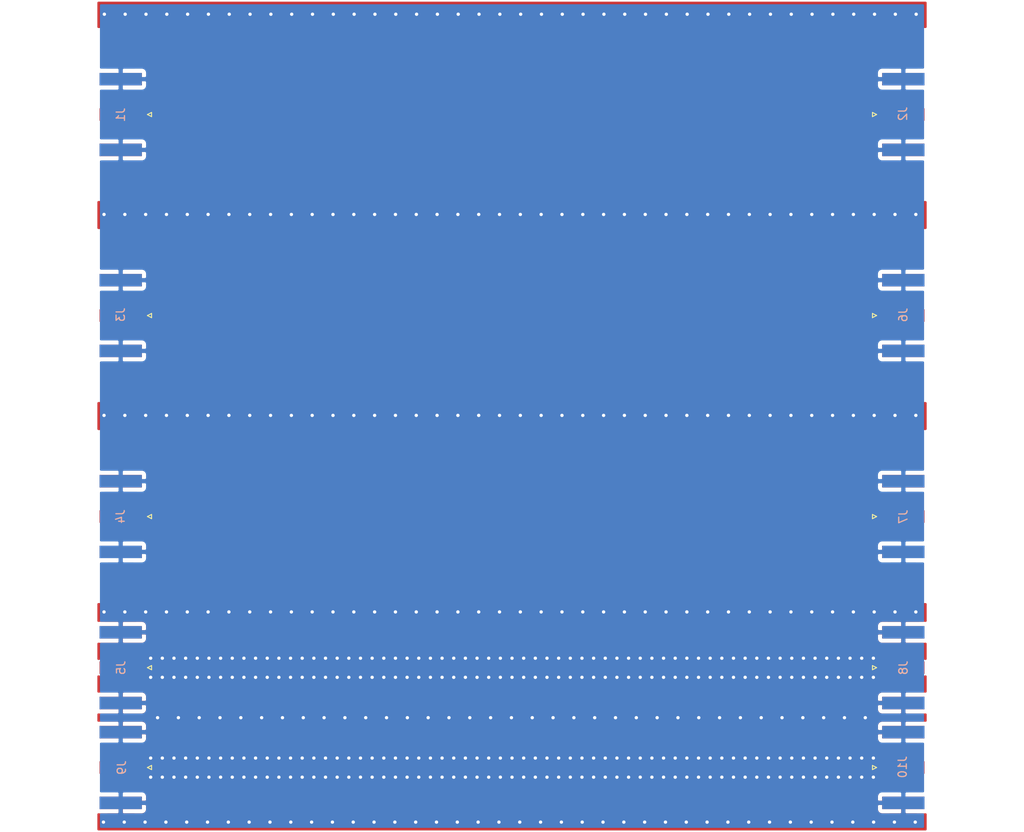
<source format=kicad_pcb>
(kicad_pcb (version 20171130) (host pcbnew 5.1.6-c6e7f7d~86~ubuntu18.04.1)

  (general
    (thickness 1.6)
    (drawings 7)
    (tracks 496)
    (zones 0)
    (modules 10)
    (nets 7)
  )

  (page A4)
  (layers
    (0 F.Cu signal)
    (31 B.Cu signal)
    (32 B.Adhes user)
    (33 F.Adhes user)
    (34 B.Paste user)
    (35 F.Paste user)
    (36 B.SilkS user)
    (37 F.SilkS user)
    (38 B.Mask user)
    (39 F.Mask user)
    (40 Dwgs.User user)
    (41 Cmts.User user)
    (42 Eco1.User user)
    (43 Eco2.User user)
    (44 Edge.Cuts user)
    (45 Margin user)
    (46 B.CrtYd user)
    (47 F.CrtYd user)
    (48 B.Fab user)
    (49 F.Fab user)
  )

  (setup
    (last_trace_width 0.25)
    (user_trace_width 0.9043)
    (user_trace_width 2.97)
    (trace_clearance 0.2)
    (zone_clearance 0.2)
    (zone_45_only no)
    (trace_min 0.2)
    (via_size 0.8)
    (via_drill 0.4)
    (via_min_size 0.4)
    (via_min_drill 0.3)
    (uvia_size 0.3)
    (uvia_drill 0.1)
    (uvias_allowed no)
    (uvia_min_size 0.2)
    (uvia_min_drill 0.1)
    (edge_width 0.05)
    (segment_width 0.2)
    (pcb_text_width 0.3)
    (pcb_text_size 1.5 1.5)
    (mod_edge_width 0.12)
    (mod_text_size 1 1)
    (mod_text_width 0.15)
    (pad_size 1.524 1.524)
    (pad_drill 0.762)
    (pad_to_mask_clearance 0.05)
    (aux_axis_origin 0 0)
    (visible_elements FFFFFF7F)
    (pcbplotparams
      (layerselection 0x010f0_ffffffff)
      (usegerberextensions false)
      (usegerberattributes true)
      (usegerberadvancedattributes true)
      (creategerberjobfile true)
      (excludeedgelayer true)
      (linewidth 0.100000)
      (plotframeref false)
      (viasonmask false)
      (mode 1)
      (useauxorigin false)
      (hpglpennumber 1)
      (hpglpenspeed 20)
      (hpglpendiameter 15.000000)
      (psnegative false)
      (psa4output false)
      (plotreference true)
      (plotvalue true)
      (plotinvisibletext false)
      (padsonsilk false)
      (subtractmaskfromsilk false)
      (outputformat 1)
      (mirror false)
      (drillshape 0)
      (scaleselection 1)
      (outputdirectory ""))
  )

  (net 0 "")
  (net 1 "Net-(J1-Pad1)")
  (net 2 GND)
  (net 3 "Net-(J3-Pad1)")
  (net 4 "Net-(J4-Pad1)")
  (net 5 "Net-(J5-Pad1)")
  (net 6 "Net-(J10-Pad1)")

  (net_class Default "This is the default net class."
    (clearance 0.2)
    (trace_width 0.25)
    (via_dia 0.8)
    (via_drill 0.4)
    (uvia_dia 0.3)
    (uvia_drill 0.1)
    (add_net GND)
    (add_net "Net-(J1-Pad1)")
    (add_net "Net-(J10-Pad1)")
    (add_net "Net-(J3-Pad1)")
    (add_net "Net-(J4-Pad1)")
  )

  (net_class CPWG ""
    (clearance 0.2)
    (trace_width 0.9043)
    (via_dia 0.8)
    (via_drill 0.4)
    (uvia_dia 0.3)
    (uvia_drill 0.1)
    (add_net "Net-(J5-Pad1)")
  )

  (module Connector_Coaxial:SMA_Amphenol_132289_EdgeMount (layer F.Cu) (tedit 5A1C1810) (tstamp 5ED2D911)
    (at 93 33.763 180)
    (descr http://www.amphenolrf.com/132289.html)
    (tags SMA)
    (path /5ED18FDC)
    (attr smd)
    (fp_text reference J1 (at 0 -0.037 90) (layer B.SilkS)
      (effects (font (size 1 1) (thickness 0.15)) (justify mirror))
    )
    (fp_text value Conn_Coaxial (at 5 6) (layer F.Fab)
      (effects (font (size 1 1) (thickness 0.15)))
    )
    (fp_line (start -3.71 0.25) (end -3.21 0) (layer F.SilkS) (width 0.12))
    (fp_line (start -3.71 -0.25) (end -3.71 0.25) (layer F.SilkS) (width 0.12))
    (fp_line (start -3.21 0) (end -3.71 -0.25) (layer F.SilkS) (width 0.12))
    (fp_line (start 3.54 0) (end 2.54 0.75) (layer F.Fab) (width 0.1))
    (fp_line (start 2.54 -0.75) (end 3.54 0) (layer F.Fab) (width 0.1))
    (fp_line (start 14.47 -5.58) (end -3.04 -5.58) (layer F.CrtYd) (width 0.05))
    (fp_line (start 14.47 -5.58) (end 14.47 5.58) (layer F.CrtYd) (width 0.05))
    (fp_line (start 14.47 5.58) (end -3.04 5.58) (layer F.CrtYd) (width 0.05))
    (fp_line (start -3.04 5.58) (end -3.04 -5.58) (layer F.CrtYd) (width 0.05))
    (fp_line (start 14.47 -5.58) (end -3.04 -5.58) (layer B.CrtYd) (width 0.05))
    (fp_line (start 14.47 -5.58) (end 14.47 5.58) (layer B.CrtYd) (width 0.05))
    (fp_line (start 14.47 5.58) (end -3.04 5.58) (layer B.CrtYd) (width 0.05))
    (fp_line (start -3.04 5.58) (end -3.04 -5.58) (layer B.CrtYd) (width 0.05))
    (fp_line (start 4.445 -3.81) (end 13.97 -3.81) (layer F.Fab) (width 0.1))
    (fp_line (start 13.97 -3.81) (end 13.97 3.81) (layer F.Fab) (width 0.1))
    (fp_line (start 13.97 3.81) (end 4.445 3.81) (layer F.Fab) (width 0.1))
    (fp_line (start 4.445 5.08) (end 4.445 3.81) (layer F.Fab) (width 0.1))
    (fp_line (start 4.445 -3.81) (end 4.445 -5.08) (layer F.Fab) (width 0.1))
    (fp_line (start -1.91 -5.08) (end 4.445 -5.08) (layer F.Fab) (width 0.1))
    (fp_line (start -1.91 -5.08) (end -1.91 -3.81) (layer F.Fab) (width 0.1))
    (fp_line (start -1.91 -3.81) (end 2.54 -3.81) (layer F.Fab) (width 0.1))
    (fp_line (start 2.54 -3.81) (end 2.54 3.81) (layer F.Fab) (width 0.1))
    (fp_line (start 2.54 3.81) (end -1.91 3.81) (layer F.Fab) (width 0.1))
    (fp_line (start -1.91 3.81) (end -1.91 5.08) (layer F.Fab) (width 0.1))
    (fp_line (start -1.91 5.08) (end 4.445 5.08) (layer F.Fab) (width 0.1))
    (fp_text user %R (at 4.79 0 270) (layer F.Fab)
      (effects (font (size 1 1) (thickness 0.15)))
    )
    (pad 2 smd rect (at 0 4.25 270) (size 1.5 5.08) (layers B.Cu B.Paste B.Mask)
      (net 2 GND))
    (pad 2 smd rect (at 0 -4.25 270) (size 1.5 5.08) (layers B.Cu B.Paste B.Mask)
      (net 2 GND))
    (pad 2 smd rect (at 0 4.25 270) (size 1.5 5.08) (layers F.Cu F.Paste F.Mask)
      (net 2 GND))
    (pad 2 smd rect (at 0 -4.25 270) (size 1.5 5.08) (layers F.Cu F.Paste F.Mask)
      (net 2 GND))
    (pad 1 smd rect (at 0 0 270) (size 1.5 5.08) (layers F.Cu F.Paste F.Mask)
      (net 1 "Net-(J1-Pad1)"))
    (model ${KISYS3DMOD}/Connector_Coaxial.3dshapes/SMA_Amphenol_132289_EdgeMount.wrl
      (at (xyz 0 0 0))
      (scale (xyz 1 1 1))
      (rotate (xyz 0 0 0))
    )
  )

  (module Connector_Coaxial:SMA_Amphenol_132289_EdgeMount (layer F.Cu) (tedit 5A1C1810) (tstamp 5ED1E016)
    (at 187 33.763)
    (descr http://www.amphenolrf.com/132289.html)
    (tags SMA)
    (path /5ED19527)
    (attr smd)
    (fp_text reference J2 (at -0.06 -0.083 90) (layer B.SilkS)
      (effects (font (size 1 1) (thickness 0.15)) (justify mirror))
    )
    (fp_text value Conn_Coaxial (at 5 6) (layer F.Fab)
      (effects (font (size 1 1) (thickness 0.15)))
    )
    (fp_line (start -1.91 5.08) (end 4.445 5.08) (layer F.Fab) (width 0.1))
    (fp_line (start -1.91 3.81) (end -1.91 5.08) (layer F.Fab) (width 0.1))
    (fp_line (start 2.54 3.81) (end -1.91 3.81) (layer F.Fab) (width 0.1))
    (fp_line (start 2.54 -3.81) (end 2.54 3.81) (layer F.Fab) (width 0.1))
    (fp_line (start -1.91 -3.81) (end 2.54 -3.81) (layer F.Fab) (width 0.1))
    (fp_line (start -1.91 -5.08) (end -1.91 -3.81) (layer F.Fab) (width 0.1))
    (fp_line (start -1.91 -5.08) (end 4.445 -5.08) (layer F.Fab) (width 0.1))
    (fp_line (start 4.445 -3.81) (end 4.445 -5.08) (layer F.Fab) (width 0.1))
    (fp_line (start 4.445 5.08) (end 4.445 3.81) (layer F.Fab) (width 0.1))
    (fp_line (start 13.97 3.81) (end 4.445 3.81) (layer F.Fab) (width 0.1))
    (fp_line (start 13.97 -3.81) (end 13.97 3.81) (layer F.Fab) (width 0.1))
    (fp_line (start 4.445 -3.81) (end 13.97 -3.81) (layer F.Fab) (width 0.1))
    (fp_line (start -3.04 5.58) (end -3.04 -5.58) (layer B.CrtYd) (width 0.05))
    (fp_line (start 14.47 5.58) (end -3.04 5.58) (layer B.CrtYd) (width 0.05))
    (fp_line (start 14.47 -5.58) (end 14.47 5.58) (layer B.CrtYd) (width 0.05))
    (fp_line (start 14.47 -5.58) (end -3.04 -5.58) (layer B.CrtYd) (width 0.05))
    (fp_line (start -3.04 5.58) (end -3.04 -5.58) (layer F.CrtYd) (width 0.05))
    (fp_line (start 14.47 5.58) (end -3.04 5.58) (layer F.CrtYd) (width 0.05))
    (fp_line (start 14.47 -5.58) (end 14.47 5.58) (layer F.CrtYd) (width 0.05))
    (fp_line (start 14.47 -5.58) (end -3.04 -5.58) (layer F.CrtYd) (width 0.05))
    (fp_line (start 2.54 -0.75) (end 3.54 0) (layer F.Fab) (width 0.1))
    (fp_line (start 3.54 0) (end 2.54 0.75) (layer F.Fab) (width 0.1))
    (fp_line (start -3.21 0) (end -3.71 -0.25) (layer F.SilkS) (width 0.12))
    (fp_line (start -3.71 -0.25) (end -3.71 0.25) (layer F.SilkS) (width 0.12))
    (fp_line (start -3.71 0.25) (end -3.21 0) (layer F.SilkS) (width 0.12))
    (fp_text user %R (at 4.79 0 270) (layer F.Fab)
      (effects (font (size 1 1) (thickness 0.15)))
    )
    (pad 1 smd rect (at 0 0 90) (size 1.5 5.08) (layers F.Cu F.Paste F.Mask)
      (net 1 "Net-(J1-Pad1)"))
    (pad 2 smd rect (at 0 -4.25 90) (size 1.5 5.08) (layers F.Cu F.Paste F.Mask)
      (net 2 GND))
    (pad 2 smd rect (at 0 4.25 90) (size 1.5 5.08) (layers F.Cu F.Paste F.Mask)
      (net 2 GND))
    (pad 2 smd rect (at 0 -4.25 90) (size 1.5 5.08) (layers B.Cu B.Paste B.Mask)
      (net 2 GND))
    (pad 2 smd rect (at 0 4.25 90) (size 1.5 5.08) (layers B.Cu B.Paste B.Mask)
      (net 2 GND))
    (model ${KISYS3DMOD}/Connector_Coaxial.3dshapes/SMA_Amphenol_132289_EdgeMount.wrl
      (at (xyz 0 0 0))
      (scale (xyz 1 1 1))
      (rotate (xyz 0 0 0))
    )
  )

  (module Connector_Coaxial:SMA_Amphenol_132289_EdgeMount (layer F.Cu) (tedit 5A1C1810) (tstamp 5ED1E90E)
    (at 93 57.921 180)
    (descr http://www.amphenolrf.com/132289.html)
    (tags SMA)
    (path /5ED1A01D)
    (attr smd)
    (fp_text reference J3 (at 0.01 0.101 90) (layer B.SilkS)
      (effects (font (size 1 1) (thickness 0.15)) (justify mirror))
    )
    (fp_text value Conn_Coaxial (at 5 6) (layer F.Fab)
      (effects (font (size 1 1) (thickness 0.15)))
    )
    (fp_line (start -3.71 0.25) (end -3.21 0) (layer F.SilkS) (width 0.12))
    (fp_line (start -3.71 -0.25) (end -3.71 0.25) (layer F.SilkS) (width 0.12))
    (fp_line (start -3.21 0) (end -3.71 -0.25) (layer F.SilkS) (width 0.12))
    (fp_line (start 3.54 0) (end 2.54 0.75) (layer F.Fab) (width 0.1))
    (fp_line (start 2.54 -0.75) (end 3.54 0) (layer F.Fab) (width 0.1))
    (fp_line (start 14.47 -5.58) (end -3.04 -5.58) (layer F.CrtYd) (width 0.05))
    (fp_line (start 14.47 -5.58) (end 14.47 5.58) (layer F.CrtYd) (width 0.05))
    (fp_line (start 14.47 5.58) (end -3.04 5.58) (layer F.CrtYd) (width 0.05))
    (fp_line (start -3.04 5.58) (end -3.04 -5.58) (layer F.CrtYd) (width 0.05))
    (fp_line (start 14.47 -5.58) (end -3.04 -5.58) (layer B.CrtYd) (width 0.05))
    (fp_line (start 14.47 -5.58) (end 14.47 5.58) (layer B.CrtYd) (width 0.05))
    (fp_line (start 14.47 5.58) (end -3.04 5.58) (layer B.CrtYd) (width 0.05))
    (fp_line (start -3.04 5.58) (end -3.04 -5.58) (layer B.CrtYd) (width 0.05))
    (fp_line (start 4.445 -3.81) (end 13.97 -3.81) (layer F.Fab) (width 0.1))
    (fp_line (start 13.97 -3.81) (end 13.97 3.81) (layer F.Fab) (width 0.1))
    (fp_line (start 13.97 3.81) (end 4.445 3.81) (layer F.Fab) (width 0.1))
    (fp_line (start 4.445 5.08) (end 4.445 3.81) (layer F.Fab) (width 0.1))
    (fp_line (start 4.445 -3.81) (end 4.445 -5.08) (layer F.Fab) (width 0.1))
    (fp_line (start -1.91 -5.08) (end 4.445 -5.08) (layer F.Fab) (width 0.1))
    (fp_line (start -1.91 -5.08) (end -1.91 -3.81) (layer F.Fab) (width 0.1))
    (fp_line (start -1.91 -3.81) (end 2.54 -3.81) (layer F.Fab) (width 0.1))
    (fp_line (start 2.54 -3.81) (end 2.54 3.81) (layer F.Fab) (width 0.1))
    (fp_line (start 2.54 3.81) (end -1.91 3.81) (layer F.Fab) (width 0.1))
    (fp_line (start -1.91 3.81) (end -1.91 5.08) (layer F.Fab) (width 0.1))
    (fp_line (start -1.91 5.08) (end 4.445 5.08) (layer F.Fab) (width 0.1))
    (fp_text user %R (at 4.79 0 270) (layer F.Fab)
      (effects (font (size 1 1) (thickness 0.15)))
    )
    (pad 2 smd rect (at 0 4.25 270) (size 1.5 5.08) (layers B.Cu B.Paste B.Mask)
      (net 2 GND))
    (pad 2 smd rect (at 0 -4.25 270) (size 1.5 5.08) (layers B.Cu B.Paste B.Mask)
      (net 2 GND))
    (pad 2 smd rect (at 0 4.25 270) (size 1.5 5.08) (layers F.Cu F.Paste F.Mask)
      (net 2 GND))
    (pad 2 smd rect (at 0 -4.25 270) (size 1.5 5.08) (layers F.Cu F.Paste F.Mask)
      (net 2 GND))
    (pad 1 smd rect (at 0 0 270) (size 1.5 5.08) (layers F.Cu F.Paste F.Mask)
      (net 3 "Net-(J3-Pad1)"))
    (model ${KISYS3DMOD}/Connector_Coaxial.3dshapes/SMA_Amphenol_132289_EdgeMount.wrl
      (at (xyz 0 0 0))
      (scale (xyz 1 1 1))
      (rotate (xyz 0 0 0))
    )
  )

  (module Connector_Coaxial:SMA_Amphenol_132289_EdgeMount (layer F.Cu) (tedit 5A1C1810) (tstamp 5ED1E4BF)
    (at 93 82.079 180)
    (descr http://www.amphenolrf.com/132289.html)
    (tags SMA)
    (path /5ED1A784)
    (attr smd)
    (fp_text reference J4 (at 0.03 0.009 90) (layer B.SilkS)
      (effects (font (size 1 1) (thickness 0.15)) (justify mirror))
    )
    (fp_text value Conn_Coaxial (at 5 6) (layer F.Fab)
      (effects (font (size 1 1) (thickness 0.15)))
    )
    (fp_line (start -3.71 0.25) (end -3.21 0) (layer F.SilkS) (width 0.12))
    (fp_line (start -3.71 -0.25) (end -3.71 0.25) (layer F.SilkS) (width 0.12))
    (fp_line (start -3.21 0) (end -3.71 -0.25) (layer F.SilkS) (width 0.12))
    (fp_line (start 3.54 0) (end 2.54 0.75) (layer F.Fab) (width 0.1))
    (fp_line (start 2.54 -0.75) (end 3.54 0) (layer F.Fab) (width 0.1))
    (fp_line (start 14.47 -5.58) (end -3.04 -5.58) (layer F.CrtYd) (width 0.05))
    (fp_line (start 14.47 -5.58) (end 14.47 5.58) (layer F.CrtYd) (width 0.05))
    (fp_line (start 14.47 5.58) (end -3.04 5.58) (layer F.CrtYd) (width 0.05))
    (fp_line (start -3.04 5.58) (end -3.04 -5.58) (layer F.CrtYd) (width 0.05))
    (fp_line (start 14.47 -5.58) (end -3.04 -5.58) (layer B.CrtYd) (width 0.05))
    (fp_line (start 14.47 -5.58) (end 14.47 5.58) (layer B.CrtYd) (width 0.05))
    (fp_line (start 14.47 5.58) (end -3.04 5.58) (layer B.CrtYd) (width 0.05))
    (fp_line (start -3.04 5.58) (end -3.04 -5.58) (layer B.CrtYd) (width 0.05))
    (fp_line (start 4.445 -3.81) (end 13.97 -3.81) (layer F.Fab) (width 0.1))
    (fp_line (start 13.97 -3.81) (end 13.97 3.81) (layer F.Fab) (width 0.1))
    (fp_line (start 13.97 3.81) (end 4.445 3.81) (layer F.Fab) (width 0.1))
    (fp_line (start 4.445 5.08) (end 4.445 3.81) (layer F.Fab) (width 0.1))
    (fp_line (start 4.445 -3.81) (end 4.445 -5.08) (layer F.Fab) (width 0.1))
    (fp_line (start -1.91 -5.08) (end 4.445 -5.08) (layer F.Fab) (width 0.1))
    (fp_line (start -1.91 -5.08) (end -1.91 -3.81) (layer F.Fab) (width 0.1))
    (fp_line (start -1.91 -3.81) (end 2.54 -3.81) (layer F.Fab) (width 0.1))
    (fp_line (start 2.54 -3.81) (end 2.54 3.81) (layer F.Fab) (width 0.1))
    (fp_line (start 2.54 3.81) (end -1.91 3.81) (layer F.Fab) (width 0.1))
    (fp_line (start -1.91 3.81) (end -1.91 5.08) (layer F.Fab) (width 0.1))
    (fp_line (start -1.91 5.08) (end 4.445 5.08) (layer F.Fab) (width 0.1))
    (fp_text user %R (at 4.79 0 270) (layer F.Fab)
      (effects (font (size 1 1) (thickness 0.15)))
    )
    (pad 2 smd rect (at 0 4.25 270) (size 1.5 5.08) (layers B.Cu B.Paste B.Mask)
      (net 2 GND))
    (pad 2 smd rect (at 0 -4.25 270) (size 1.5 5.08) (layers B.Cu B.Paste B.Mask)
      (net 2 GND))
    (pad 2 smd rect (at 0 4.25 270) (size 1.5 5.08) (layers F.Cu F.Paste F.Mask)
      (net 2 GND))
    (pad 2 smd rect (at 0 -4.25 270) (size 1.5 5.08) (layers F.Cu F.Paste F.Mask)
      (net 2 GND))
    (pad 1 smd rect (at 0 0 270) (size 1.5 5.08) (layers F.Cu F.Paste F.Mask)
      (net 4 "Net-(J4-Pad1)"))
    (model ${KISYS3DMOD}/Connector_Coaxial.3dshapes/SMA_Amphenol_132289_EdgeMount.wrl
      (at (xyz 0 0 0))
      (scale (xyz 1 1 1))
      (rotate (xyz 0 0 0))
    )
  )

  (module Connector_Coaxial:SMA_Amphenol_132289_EdgeMount (layer F.Cu) (tedit 5A1C1810) (tstamp 5ED1E4E2)
    (at 93 100.237 180)
    (descr http://www.amphenolrf.com/132289.html)
    (tags SMA)
    (path /5ED1AE55)
    (attr smd)
    (fp_text reference J5 (at -0.04 -0.013 90) (layer B.SilkS)
      (effects (font (size 1 1) (thickness 0.15)) (justify mirror))
    )
    (fp_text value Conn_Coaxial (at 5 6) (layer F.Fab)
      (effects (font (size 1 1) (thickness 0.15)))
    )
    (fp_line (start -3.71 0.25) (end -3.21 0) (layer F.SilkS) (width 0.12))
    (fp_line (start -3.71 -0.25) (end -3.71 0.25) (layer F.SilkS) (width 0.12))
    (fp_line (start -3.21 0) (end -3.71 -0.25) (layer F.SilkS) (width 0.12))
    (fp_line (start 3.54 0) (end 2.54 0.75) (layer F.Fab) (width 0.1))
    (fp_line (start 2.54 -0.75) (end 3.54 0) (layer F.Fab) (width 0.1))
    (fp_line (start 14.47 -5.58) (end -3.04 -5.58) (layer F.CrtYd) (width 0.05))
    (fp_line (start 14.47 -5.58) (end 14.47 5.58) (layer F.CrtYd) (width 0.05))
    (fp_line (start 14.47 5.58) (end -3.04 5.58) (layer F.CrtYd) (width 0.05))
    (fp_line (start -3.04 5.58) (end -3.04 -5.58) (layer F.CrtYd) (width 0.05))
    (fp_line (start 14.47 -5.58) (end -3.04 -5.58) (layer B.CrtYd) (width 0.05))
    (fp_line (start 14.47 -5.58) (end 14.47 5.58) (layer B.CrtYd) (width 0.05))
    (fp_line (start 14.47 5.58) (end -3.04 5.58) (layer B.CrtYd) (width 0.05))
    (fp_line (start -3.04 5.58) (end -3.04 -5.58) (layer B.CrtYd) (width 0.05))
    (fp_line (start 4.445 -3.81) (end 13.97 -3.81) (layer F.Fab) (width 0.1))
    (fp_line (start 13.97 -3.81) (end 13.97 3.81) (layer F.Fab) (width 0.1))
    (fp_line (start 13.97 3.81) (end 4.445 3.81) (layer F.Fab) (width 0.1))
    (fp_line (start 4.445 5.08) (end 4.445 3.81) (layer F.Fab) (width 0.1))
    (fp_line (start 4.445 -3.81) (end 4.445 -5.08) (layer F.Fab) (width 0.1))
    (fp_line (start -1.91 -5.08) (end 4.445 -5.08) (layer F.Fab) (width 0.1))
    (fp_line (start -1.91 -5.08) (end -1.91 -3.81) (layer F.Fab) (width 0.1))
    (fp_line (start -1.91 -3.81) (end 2.54 -3.81) (layer F.Fab) (width 0.1))
    (fp_line (start 2.54 -3.81) (end 2.54 3.81) (layer F.Fab) (width 0.1))
    (fp_line (start 2.54 3.81) (end -1.91 3.81) (layer F.Fab) (width 0.1))
    (fp_line (start -1.91 3.81) (end -1.91 5.08) (layer F.Fab) (width 0.1))
    (fp_line (start -1.91 5.08) (end 4.445 5.08) (layer F.Fab) (width 0.1))
    (fp_text user %R (at 4.79 0 270) (layer F.Fab)
      (effects (font (size 1 1) (thickness 0.15)))
    )
    (pad 2 smd rect (at 0 4.25 270) (size 1.5 5.08) (layers B.Cu B.Paste B.Mask)
      (net 2 GND))
    (pad 2 smd rect (at 0 -4.25 270) (size 1.5 5.08) (layers B.Cu B.Paste B.Mask)
      (net 2 GND))
    (pad 2 smd rect (at 0 4.25 270) (size 1.5 5.08) (layers F.Cu F.Paste F.Mask)
      (net 2 GND))
    (pad 2 smd rect (at 0 -4.25 270) (size 1.5 5.08) (layers F.Cu F.Paste F.Mask)
      (net 2 GND))
    (pad 1 smd rect (at 0 0 270) (size 1.5 5.08) (layers F.Cu F.Paste F.Mask)
      (net 5 "Net-(J5-Pad1)"))
    (model ${KISYS3DMOD}/Connector_Coaxial.3dshapes/SMA_Amphenol_132289_EdgeMount.wrl
      (at (xyz 0 0 0))
      (scale (xyz 1 1 1))
      (rotate (xyz 0 0 0))
    )
  )

  (module Connector_Coaxial:SMA_Amphenol_132289_EdgeMount (layer F.Cu) (tedit 5A1C1810) (tstamp 5ED1EB44)
    (at 187 57.921)
    (descr http://www.amphenolrf.com/132289.html)
    (tags SMA)
    (path /5ED1A390)
    (attr smd)
    (fp_text reference J6 (at -0.02 -0.071 90) (layer B.SilkS)
      (effects (font (size 1 1) (thickness 0.15)) (justify mirror))
    )
    (fp_text value Conn_Coaxial (at 5 6) (layer F.Fab)
      (effects (font (size 1 1) (thickness 0.15)))
    )
    (fp_line (start -1.91 5.08) (end 4.445 5.08) (layer F.Fab) (width 0.1))
    (fp_line (start -1.91 3.81) (end -1.91 5.08) (layer F.Fab) (width 0.1))
    (fp_line (start 2.54 3.81) (end -1.91 3.81) (layer F.Fab) (width 0.1))
    (fp_line (start 2.54 -3.81) (end 2.54 3.81) (layer F.Fab) (width 0.1))
    (fp_line (start -1.91 -3.81) (end 2.54 -3.81) (layer F.Fab) (width 0.1))
    (fp_line (start -1.91 -5.08) (end -1.91 -3.81) (layer F.Fab) (width 0.1))
    (fp_line (start -1.91 -5.08) (end 4.445 -5.08) (layer F.Fab) (width 0.1))
    (fp_line (start 4.445 -3.81) (end 4.445 -5.08) (layer F.Fab) (width 0.1))
    (fp_line (start 4.445 5.08) (end 4.445 3.81) (layer F.Fab) (width 0.1))
    (fp_line (start 13.97 3.81) (end 4.445 3.81) (layer F.Fab) (width 0.1))
    (fp_line (start 13.97 -3.81) (end 13.97 3.81) (layer F.Fab) (width 0.1))
    (fp_line (start 4.445 -3.81) (end 13.97 -3.81) (layer F.Fab) (width 0.1))
    (fp_line (start -3.04 5.58) (end -3.04 -5.58) (layer B.CrtYd) (width 0.05))
    (fp_line (start 14.47 5.58) (end -3.04 5.58) (layer B.CrtYd) (width 0.05))
    (fp_line (start 14.47 -5.58) (end 14.47 5.58) (layer B.CrtYd) (width 0.05))
    (fp_line (start 14.47 -5.58) (end -3.04 -5.58) (layer B.CrtYd) (width 0.05))
    (fp_line (start -3.04 5.58) (end -3.04 -5.58) (layer F.CrtYd) (width 0.05))
    (fp_line (start 14.47 5.58) (end -3.04 5.58) (layer F.CrtYd) (width 0.05))
    (fp_line (start 14.47 -5.58) (end 14.47 5.58) (layer F.CrtYd) (width 0.05))
    (fp_line (start 14.47 -5.58) (end -3.04 -5.58) (layer F.CrtYd) (width 0.05))
    (fp_line (start 2.54 -0.75) (end 3.54 0) (layer F.Fab) (width 0.1))
    (fp_line (start 3.54 0) (end 2.54 0.75) (layer F.Fab) (width 0.1))
    (fp_line (start -3.21 0) (end -3.71 -0.25) (layer F.SilkS) (width 0.12))
    (fp_line (start -3.71 -0.25) (end -3.71 0.25) (layer F.SilkS) (width 0.12))
    (fp_line (start -3.71 0.25) (end -3.21 0) (layer F.SilkS) (width 0.12))
    (fp_text user %R (at 4.79 0 270) (layer F.Fab)
      (effects (font (size 1 1) (thickness 0.15)))
    )
    (pad 1 smd rect (at 0 0 90) (size 1.5 5.08) (layers F.Cu F.Paste F.Mask)
      (net 3 "Net-(J3-Pad1)"))
    (pad 2 smd rect (at 0 -4.25 90) (size 1.5 5.08) (layers F.Cu F.Paste F.Mask)
      (net 2 GND))
    (pad 2 smd rect (at 0 4.25 90) (size 1.5 5.08) (layers F.Cu F.Paste F.Mask)
      (net 2 GND))
    (pad 2 smd rect (at 0 -4.25 90) (size 1.5 5.08) (layers B.Cu B.Paste B.Mask)
      (net 2 GND))
    (pad 2 smd rect (at 0 4.25 90) (size 1.5 5.08) (layers B.Cu B.Paste B.Mask)
      (net 2 GND))
    (model ${KISYS3DMOD}/Connector_Coaxial.3dshapes/SMA_Amphenol_132289_EdgeMount.wrl
      (at (xyz 0 0 0))
      (scale (xyz 1 1 1))
      (rotate (xyz 0 0 0))
    )
  )

  (module Connector_Coaxial:SMA_Amphenol_132289_EdgeMount (layer F.Cu) (tedit 5A1C1810) (tstamp 5ED1EC1B)
    (at 187 82.079)
    (descr http://www.amphenolrf.com/132289.html)
    (tags SMA)
    (path /5ED1ABFF)
    (attr smd)
    (fp_text reference J7 (at -0.01 0.021 90) (layer B.SilkS)
      (effects (font (size 1 1) (thickness 0.15)) (justify mirror))
    )
    (fp_text value Conn_Coaxial (at 5 6) (layer F.Fab)
      (effects (font (size 1 1) (thickness 0.15)))
    )
    (fp_line (start -1.91 5.08) (end 4.445 5.08) (layer F.Fab) (width 0.1))
    (fp_line (start -1.91 3.81) (end -1.91 5.08) (layer F.Fab) (width 0.1))
    (fp_line (start 2.54 3.81) (end -1.91 3.81) (layer F.Fab) (width 0.1))
    (fp_line (start 2.54 -3.81) (end 2.54 3.81) (layer F.Fab) (width 0.1))
    (fp_line (start -1.91 -3.81) (end 2.54 -3.81) (layer F.Fab) (width 0.1))
    (fp_line (start -1.91 -5.08) (end -1.91 -3.81) (layer F.Fab) (width 0.1))
    (fp_line (start -1.91 -5.08) (end 4.445 -5.08) (layer F.Fab) (width 0.1))
    (fp_line (start 4.445 -3.81) (end 4.445 -5.08) (layer F.Fab) (width 0.1))
    (fp_line (start 4.445 5.08) (end 4.445 3.81) (layer F.Fab) (width 0.1))
    (fp_line (start 13.97 3.81) (end 4.445 3.81) (layer F.Fab) (width 0.1))
    (fp_line (start 13.97 -3.81) (end 13.97 3.81) (layer F.Fab) (width 0.1))
    (fp_line (start 4.445 -3.81) (end 13.97 -3.81) (layer F.Fab) (width 0.1))
    (fp_line (start -3.04 5.58) (end -3.04 -5.58) (layer B.CrtYd) (width 0.05))
    (fp_line (start 14.47 5.58) (end -3.04 5.58) (layer B.CrtYd) (width 0.05))
    (fp_line (start 14.47 -5.58) (end 14.47 5.58) (layer B.CrtYd) (width 0.05))
    (fp_line (start 14.47 -5.58) (end -3.04 -5.58) (layer B.CrtYd) (width 0.05))
    (fp_line (start -3.04 5.58) (end -3.04 -5.58) (layer F.CrtYd) (width 0.05))
    (fp_line (start 14.47 5.58) (end -3.04 5.58) (layer F.CrtYd) (width 0.05))
    (fp_line (start 14.47 -5.58) (end 14.47 5.58) (layer F.CrtYd) (width 0.05))
    (fp_line (start 14.47 -5.58) (end -3.04 -5.58) (layer F.CrtYd) (width 0.05))
    (fp_line (start 2.54 -0.75) (end 3.54 0) (layer F.Fab) (width 0.1))
    (fp_line (start 3.54 0) (end 2.54 0.75) (layer F.Fab) (width 0.1))
    (fp_line (start -3.21 0) (end -3.71 -0.25) (layer F.SilkS) (width 0.12))
    (fp_line (start -3.71 -0.25) (end -3.71 0.25) (layer F.SilkS) (width 0.12))
    (fp_line (start -3.71 0.25) (end -3.21 0) (layer F.SilkS) (width 0.12))
    (fp_text user %R (at 4.79 0 270) (layer F.Fab)
      (effects (font (size 1 1) (thickness 0.15)))
    )
    (pad 1 smd rect (at 0 0 90) (size 1.5 5.08) (layers F.Cu F.Paste F.Mask)
      (net 4 "Net-(J4-Pad1)"))
    (pad 2 smd rect (at 0 -4.25 90) (size 1.5 5.08) (layers F.Cu F.Paste F.Mask)
      (net 2 GND))
    (pad 2 smd rect (at 0 4.25 90) (size 1.5 5.08) (layers F.Cu F.Paste F.Mask)
      (net 2 GND))
    (pad 2 smd rect (at 0 -4.25 90) (size 1.5 5.08) (layers B.Cu B.Paste B.Mask)
      (net 2 GND))
    (pad 2 smd rect (at 0 4.25 90) (size 1.5 5.08) (layers B.Cu B.Paste B.Mask)
      (net 2 GND))
    (model ${KISYS3DMOD}/Connector_Coaxial.3dshapes/SMA_Amphenol_132289_EdgeMount.wrl
      (at (xyz 0 0 0))
      (scale (xyz 1 1 1))
      (rotate (xyz 0 0 0))
    )
  )

  (module Connector_Coaxial:SMA_Amphenol_132289_EdgeMount (layer F.Cu) (tedit 5A1C1810) (tstamp 5ED29B35)
    (at 187 100.237)
    (descr http://www.amphenolrf.com/132289.html)
    (tags SMA)
    (path /5ED1B03F)
    (attr smd)
    (fp_text reference J8 (at 0 0.013 90) (layer B.SilkS)
      (effects (font (size 1 1) (thickness 0.15)) (justify mirror))
    )
    (fp_text value Conn_Coaxial (at 5 6) (layer F.Fab)
      (effects (font (size 1 1) (thickness 0.15)))
    )
    (fp_line (start -1.91 5.08) (end 4.445 5.08) (layer F.Fab) (width 0.1))
    (fp_line (start -1.91 3.81) (end -1.91 5.08) (layer F.Fab) (width 0.1))
    (fp_line (start 2.54 3.81) (end -1.91 3.81) (layer F.Fab) (width 0.1))
    (fp_line (start 2.54 -3.81) (end 2.54 3.81) (layer F.Fab) (width 0.1))
    (fp_line (start -1.91 -3.81) (end 2.54 -3.81) (layer F.Fab) (width 0.1))
    (fp_line (start -1.91 -5.08) (end -1.91 -3.81) (layer F.Fab) (width 0.1))
    (fp_line (start -1.91 -5.08) (end 4.445 -5.08) (layer F.Fab) (width 0.1))
    (fp_line (start 4.445 -3.81) (end 4.445 -5.08) (layer F.Fab) (width 0.1))
    (fp_line (start 4.445 5.08) (end 4.445 3.81) (layer F.Fab) (width 0.1))
    (fp_line (start 13.97 3.81) (end 4.445 3.81) (layer F.Fab) (width 0.1))
    (fp_line (start 13.97 -3.81) (end 13.97 3.81) (layer F.Fab) (width 0.1))
    (fp_line (start 4.445 -3.81) (end 13.97 -3.81) (layer F.Fab) (width 0.1))
    (fp_line (start -3.04 5.58) (end -3.04 -5.58) (layer B.CrtYd) (width 0.05))
    (fp_line (start 14.47 5.58) (end -3.04 5.58) (layer B.CrtYd) (width 0.05))
    (fp_line (start 14.47 -5.58) (end 14.47 5.58) (layer B.CrtYd) (width 0.05))
    (fp_line (start 14.47 -5.58) (end -3.04 -5.58) (layer B.CrtYd) (width 0.05))
    (fp_line (start -3.04 5.58) (end -3.04 -5.58) (layer F.CrtYd) (width 0.05))
    (fp_line (start 14.47 5.58) (end -3.04 5.58) (layer F.CrtYd) (width 0.05))
    (fp_line (start 14.47 -5.58) (end 14.47 5.58) (layer F.CrtYd) (width 0.05))
    (fp_line (start 14.47 -5.58) (end -3.04 -5.58) (layer F.CrtYd) (width 0.05))
    (fp_line (start 2.54 -0.75) (end 3.54 0) (layer F.Fab) (width 0.1))
    (fp_line (start 3.54 0) (end 2.54 0.75) (layer F.Fab) (width 0.1))
    (fp_line (start -3.21 0) (end -3.71 -0.25) (layer F.SilkS) (width 0.12))
    (fp_line (start -3.71 -0.25) (end -3.71 0.25) (layer F.SilkS) (width 0.12))
    (fp_line (start -3.71 0.25) (end -3.21 0) (layer F.SilkS) (width 0.12))
    (fp_text user %R (at 4.79 0 270) (layer F.Fab)
      (effects (font (size 1 1) (thickness 0.15)))
    )
    (pad 1 smd rect (at 0 0 90) (size 1.5 5.08) (layers F.Cu F.Paste F.Mask)
      (net 5 "Net-(J5-Pad1)"))
    (pad 2 smd rect (at 0 -4.25 90) (size 1.5 5.08) (layers F.Cu F.Paste F.Mask)
      (net 2 GND))
    (pad 2 smd rect (at 0 4.25 90) (size 1.5 5.08) (layers F.Cu F.Paste F.Mask)
      (net 2 GND))
    (pad 2 smd rect (at 0 -4.25 90) (size 1.5 5.08) (layers B.Cu B.Paste B.Mask)
      (net 2 GND))
    (pad 2 smd rect (at 0 4.25 90) (size 1.5 5.08) (layers B.Cu B.Paste B.Mask)
      (net 2 GND))
    (model ${KISYS3DMOD}/Connector_Coaxial.3dshapes/SMA_Amphenol_132289_EdgeMount.wrl
      (at (xyz 0 0 0))
      (scale (xyz 1 1 1))
      (rotate (xyz 0 0 0))
    )
  )

  (module Connector_Coaxial:SMA_Amphenol_132289_EdgeMount (layer F.Cu) (tedit 5A1C1810) (tstamp 5ED29929)
    (at 93 112.237 180)
    (descr http://www.amphenolrf.com/132289.html)
    (tags SMA)
    (path /5ED2BA3C)
    (attr smd)
    (fp_text reference J9 (at -0.12 -0.013 90) (layer B.SilkS)
      (effects (font (size 1 1) (thickness 0.15)) (justify mirror))
    )
    (fp_text value Conn_Coaxial (at 5 6) (layer F.Fab)
      (effects (font (size 1 1) (thickness 0.15)))
    )
    (fp_line (start -1.91 5.08) (end 4.445 5.08) (layer F.Fab) (width 0.1))
    (fp_line (start -1.91 3.81) (end -1.91 5.08) (layer F.Fab) (width 0.1))
    (fp_line (start 2.54 3.81) (end -1.91 3.81) (layer F.Fab) (width 0.1))
    (fp_line (start 2.54 -3.81) (end 2.54 3.81) (layer F.Fab) (width 0.1))
    (fp_line (start -1.91 -3.81) (end 2.54 -3.81) (layer F.Fab) (width 0.1))
    (fp_line (start -1.91 -5.08) (end -1.91 -3.81) (layer F.Fab) (width 0.1))
    (fp_line (start -1.91 -5.08) (end 4.445 -5.08) (layer F.Fab) (width 0.1))
    (fp_line (start 4.445 -3.81) (end 4.445 -5.08) (layer F.Fab) (width 0.1))
    (fp_line (start 4.445 5.08) (end 4.445 3.81) (layer F.Fab) (width 0.1))
    (fp_line (start 13.97 3.81) (end 4.445 3.81) (layer F.Fab) (width 0.1))
    (fp_line (start 13.97 -3.81) (end 13.97 3.81) (layer F.Fab) (width 0.1))
    (fp_line (start 4.445 -3.81) (end 13.97 -3.81) (layer F.Fab) (width 0.1))
    (fp_line (start -3.04 5.58) (end -3.04 -5.58) (layer B.CrtYd) (width 0.05))
    (fp_line (start 14.47 5.58) (end -3.04 5.58) (layer B.CrtYd) (width 0.05))
    (fp_line (start 14.47 -5.58) (end 14.47 5.58) (layer B.CrtYd) (width 0.05))
    (fp_line (start 14.47 -5.58) (end -3.04 -5.58) (layer B.CrtYd) (width 0.05))
    (fp_line (start -3.04 5.58) (end -3.04 -5.58) (layer F.CrtYd) (width 0.05))
    (fp_line (start 14.47 5.58) (end -3.04 5.58) (layer F.CrtYd) (width 0.05))
    (fp_line (start 14.47 -5.58) (end 14.47 5.58) (layer F.CrtYd) (width 0.05))
    (fp_line (start 14.47 -5.58) (end -3.04 -5.58) (layer F.CrtYd) (width 0.05))
    (fp_line (start 2.54 -0.75) (end 3.54 0) (layer F.Fab) (width 0.1))
    (fp_line (start 3.54 0) (end 2.54 0.75) (layer F.Fab) (width 0.1))
    (fp_line (start -3.21 0) (end -3.71 -0.25) (layer F.SilkS) (width 0.12))
    (fp_line (start -3.71 -0.25) (end -3.71 0.25) (layer F.SilkS) (width 0.12))
    (fp_line (start -3.71 0.25) (end -3.21 0) (layer F.SilkS) (width 0.12))
    (fp_text user %R (at 4.79 0 270) (layer F.Fab)
      (effects (font (size 1 1) (thickness 0.15)))
    )
    (pad 2 smd rect (at 0 4.25 270) (size 1.5 5.08) (layers B.Cu B.Paste B.Mask)
      (net 2 GND))
    (pad 2 smd rect (at 0 -4.25 270) (size 1.5 5.08) (layers B.Cu B.Paste B.Mask)
      (net 2 GND))
    (pad 2 smd rect (at 0 4.25 270) (size 1.5 5.08) (layers F.Cu F.Paste F.Mask)
      (net 2 GND))
    (pad 2 smd rect (at 0 -4.25 270) (size 1.5 5.08) (layers F.Cu F.Paste F.Mask)
      (net 2 GND))
    (pad 1 smd rect (at 0 0 270) (size 1.5 5.08) (layers F.Cu F.Paste F.Mask)
      (net 6 "Net-(J10-Pad1)"))
    (model ${KISYS3DMOD}/Connector_Coaxial.3dshapes/SMA_Amphenol_132289_EdgeMount.wrl
      (at (xyz 0 0 0))
      (scale (xyz 1 1 1))
      (rotate (xyz 0 0 0))
    )
  )

  (module Connector_Coaxial:SMA_Amphenol_132289_EdgeMount (layer F.Cu) (tedit 5A1C1810) (tstamp 5ED29E50)
    (at 187 112.237)
    (descr http://www.amphenolrf.com/132289.html)
    (tags SMA)
    (path /5ED2C266)
    (attr smd)
    (fp_text reference J10 (at -0.1 -0.057 90) (layer B.SilkS)
      (effects (font (size 1 1) (thickness 0.15)) (justify mirror))
    )
    (fp_text value Conn_Coaxial (at 5 6) (layer F.Fab)
      (effects (font (size 1 1) (thickness 0.15)))
    )
    (fp_text user %R (at 4.79 0 270) (layer F.Fab)
      (effects (font (size 1 1) (thickness 0.15)))
    )
    (fp_line (start -3.71 0.25) (end -3.21 0) (layer F.SilkS) (width 0.12))
    (fp_line (start -3.71 -0.25) (end -3.71 0.25) (layer F.SilkS) (width 0.12))
    (fp_line (start -3.21 0) (end -3.71 -0.25) (layer F.SilkS) (width 0.12))
    (fp_line (start 3.54 0) (end 2.54 0.75) (layer F.Fab) (width 0.1))
    (fp_line (start 2.54 -0.75) (end 3.54 0) (layer F.Fab) (width 0.1))
    (fp_line (start 14.47 -5.58) (end -3.04 -5.58) (layer F.CrtYd) (width 0.05))
    (fp_line (start 14.47 -5.58) (end 14.47 5.58) (layer F.CrtYd) (width 0.05))
    (fp_line (start 14.47 5.58) (end -3.04 5.58) (layer F.CrtYd) (width 0.05))
    (fp_line (start -3.04 5.58) (end -3.04 -5.58) (layer F.CrtYd) (width 0.05))
    (fp_line (start 14.47 -5.58) (end -3.04 -5.58) (layer B.CrtYd) (width 0.05))
    (fp_line (start 14.47 -5.58) (end 14.47 5.58) (layer B.CrtYd) (width 0.05))
    (fp_line (start 14.47 5.58) (end -3.04 5.58) (layer B.CrtYd) (width 0.05))
    (fp_line (start -3.04 5.58) (end -3.04 -5.58) (layer B.CrtYd) (width 0.05))
    (fp_line (start 4.445 -3.81) (end 13.97 -3.81) (layer F.Fab) (width 0.1))
    (fp_line (start 13.97 -3.81) (end 13.97 3.81) (layer F.Fab) (width 0.1))
    (fp_line (start 13.97 3.81) (end 4.445 3.81) (layer F.Fab) (width 0.1))
    (fp_line (start 4.445 5.08) (end 4.445 3.81) (layer F.Fab) (width 0.1))
    (fp_line (start 4.445 -3.81) (end 4.445 -5.08) (layer F.Fab) (width 0.1))
    (fp_line (start -1.91 -5.08) (end 4.445 -5.08) (layer F.Fab) (width 0.1))
    (fp_line (start -1.91 -5.08) (end -1.91 -3.81) (layer F.Fab) (width 0.1))
    (fp_line (start -1.91 -3.81) (end 2.54 -3.81) (layer F.Fab) (width 0.1))
    (fp_line (start 2.54 -3.81) (end 2.54 3.81) (layer F.Fab) (width 0.1))
    (fp_line (start 2.54 3.81) (end -1.91 3.81) (layer F.Fab) (width 0.1))
    (fp_line (start -1.91 3.81) (end -1.91 5.08) (layer F.Fab) (width 0.1))
    (fp_line (start -1.91 5.08) (end 4.445 5.08) (layer F.Fab) (width 0.1))
    (pad 1 smd rect (at 0 0 90) (size 1.5 5.08) (layers F.Cu F.Paste F.Mask)
      (net 6 "Net-(J10-Pad1)"))
    (pad 2 smd rect (at 0 -4.25 90) (size 1.5 5.08) (layers F.Cu F.Paste F.Mask)
      (net 2 GND))
    (pad 2 smd rect (at 0 4.25 90) (size 1.5 5.08) (layers F.Cu F.Paste F.Mask)
      (net 2 GND))
    (pad 2 smd rect (at 0 -4.25 90) (size 1.5 5.08) (layers B.Cu B.Paste B.Mask)
      (net 2 GND))
    (pad 2 smd rect (at 0 4.25 90) (size 1.5 5.08) (layers B.Cu B.Paste B.Mask)
      (net 2 GND))
    (model ${KISYS3DMOD}/Connector_Coaxial.3dshapes/SMA_Amphenol_132289_EdgeMount.wrl
      (at (xyz 0 0 0))
      (scale (xyz 1 1 1))
      (rotate (xyz 0 0 0))
    )
  )

  (gr_poly (pts (xy 183.87 115.22) (xy 96.113 115.26) (xy 96.13 109.25) (xy 183.87 109.24)) (layer F.Mask) (width 0.1) (tstamp 5ED2C418))
  (gr_poly (pts (xy 190 92.474) (xy 90 92.474) (xy 90 71.684) (xy 190 71.684)) (layer F.Mask) (width 0.1) (tstamp 5ED1CF33))
  (gr_poly (pts (xy 190 44.158) (xy 90 44.158) (xy 90 23.368) (xy 190 23.368)) (layer F.Mask) (width 0.1))
  (gr_line (start 190 20) (end 90 20) (layer Edge.Cuts) (width 0.0001) (tstamp 5ED1C258))
  (gr_line (start 190 120) (end 190 20) (layer Edge.Cuts) (width 0.0001))
  (gr_line (start 90 120) (end 190 120) (layer Edge.Cuts) (width 0.0001))
  (gr_line (start 90 20) (end 90 120) (layer Edge.Cuts) (width 0.0001))

  (via (at 97.43 106.25) (size 0.8) (drill 0.4) (layers F.Cu B.Cu) (net 2) (tstamp 5ED2D0CC))
  (via (at 99.93 106.25) (size 0.8) (drill 0.4) (layers F.Cu B.Cu) (net 2) (tstamp 5ED2D0CE))
  (via (at 102.43 106.25) (size 0.8) (drill 0.4) (layers F.Cu B.Cu) (net 2) (tstamp 5ED2D0D0))
  (via (at 104.93 106.25) (size 0.8) (drill 0.4) (layers F.Cu B.Cu) (net 2) (tstamp 5ED2D0D2))
  (via (at 107.43 106.25) (size 0.8) (drill 0.4) (layers F.Cu B.Cu) (net 2) (tstamp 5ED2D0D4))
  (via (at 109.93 106.25) (size 0.8) (drill 0.4) (layers F.Cu B.Cu) (net 2) (tstamp 5ED2D0D6))
  (via (at 112.43 106.25) (size 0.8) (drill 0.4) (layers F.Cu B.Cu) (net 2) (tstamp 5ED2D0D8))
  (via (at 114.93 106.25) (size 0.8) (drill 0.4) (layers F.Cu B.Cu) (net 2) (tstamp 5ED2D0DA))
  (via (at 117.43 106.25) (size 0.8) (drill 0.4) (layers F.Cu B.Cu) (net 2) (tstamp 5ED2D0DC))
  (via (at 119.93 106.25) (size 0.8) (drill 0.4) (layers F.Cu B.Cu) (net 2) (tstamp 5ED2D0DE))
  (via (at 122.43 106.25) (size 0.8) (drill 0.4) (layers F.Cu B.Cu) (net 2) (tstamp 5ED2D0E0))
  (via (at 124.93 106.25) (size 0.8) (drill 0.4) (layers F.Cu B.Cu) (net 2) (tstamp 5ED2D0E2))
  (via (at 127.43 106.25) (size 0.8) (drill 0.4) (layers F.Cu B.Cu) (net 2) (tstamp 5ED2D0E4))
  (via (at 129.93 106.25) (size 0.8) (drill 0.4) (layers F.Cu B.Cu) (net 2) (tstamp 5ED2D0E6))
  (via (at 132.43 106.25) (size 0.8) (drill 0.4) (layers F.Cu B.Cu) (net 2) (tstamp 5ED2D0E8))
  (via (at 134.93 106.25) (size 0.8) (drill 0.4) (layers F.Cu B.Cu) (net 2) (tstamp 5ED2D0EA))
  (via (at 137.43 106.25) (size 0.8) (drill 0.4) (layers F.Cu B.Cu) (net 2) (tstamp 5ED2D0EC))
  (via (at 139.93 106.25) (size 0.8) (drill 0.4) (layers F.Cu B.Cu) (net 2) (tstamp 5ED2D0EE))
  (via (at 142.43 106.25) (size 0.8) (drill 0.4) (layers F.Cu B.Cu) (net 2) (tstamp 5ED2D0F0))
  (via (at 144.93 106.25) (size 0.8) (drill 0.4) (layers F.Cu B.Cu) (net 2) (tstamp 5ED2D0F2))
  (via (at 147.43 106.25) (size 0.8) (drill 0.4) (layers F.Cu B.Cu) (net 2) (tstamp 5ED2D0F4))
  (via (at 149.93 106.25) (size 0.8) (drill 0.4) (layers F.Cu B.Cu) (net 2) (tstamp 5ED2D0F6))
  (via (at 152.43 106.25) (size 0.8) (drill 0.4) (layers F.Cu B.Cu) (net 2) (tstamp 5ED2D0F8))
  (via (at 154.93 106.25) (size 0.8) (drill 0.4) (layers F.Cu B.Cu) (net 2) (tstamp 5ED2D0FA))
  (via (at 157.43 106.25) (size 0.8) (drill 0.4) (layers F.Cu B.Cu) (net 2) (tstamp 5ED2D0FC))
  (via (at 159.93 106.25) (size 0.8) (drill 0.4) (layers F.Cu B.Cu) (net 2) (tstamp 5ED2D0FE))
  (via (at 162.43 106.25) (size 0.8) (drill 0.4) (layers F.Cu B.Cu) (net 2) (tstamp 5ED2D100))
  (via (at 164.93 106.25) (size 0.8) (drill 0.4) (layers F.Cu B.Cu) (net 2) (tstamp 5ED2D102))
  (via (at 167.43 106.25) (size 0.8) (drill 0.4) (layers F.Cu B.Cu) (net 2) (tstamp 5ED2D104))
  (via (at 169.93 106.25) (size 0.8) (drill 0.4) (layers F.Cu B.Cu) (net 2) (tstamp 5ED2D106))
  (via (at 172.43 106.25) (size 0.8) (drill 0.4) (layers F.Cu B.Cu) (net 2) (tstamp 5ED2D108))
  (via (at 174.93 106.25) (size 0.8) (drill 0.4) (layers F.Cu B.Cu) (net 2) (tstamp 5ED2D10A))
  (via (at 177.43 106.25) (size 0.8) (drill 0.4) (layers F.Cu B.Cu) (net 2) (tstamp 5ED2D10C))
  (via (at 179.93 106.25) (size 0.8) (drill 0.4) (layers F.Cu B.Cu) (net 2) (tstamp 5ED2D10E))
  (via (at 91 93.54) (size 0.8) (drill 0.4) (layers F.Cu B.Cu) (net 2) (tstamp 5ED2D14B))
  (via (at 108.5 93.54) (size 0.8) (drill 0.4) (layers F.Cu B.Cu) (net 2) (tstamp 5ED2D14C))
  (via (at 93.5 93.54) (size 0.8) (drill 0.4) (layers F.Cu B.Cu) (net 2) (tstamp 5ED2D14D))
  (via (at 111 93.54) (size 0.8) (drill 0.4) (layers F.Cu B.Cu) (net 2) (tstamp 5ED2D14E))
  (via (at 141 93.54) (size 0.8) (drill 0.4) (layers F.Cu B.Cu) (net 2) (tstamp 5ED2D14F))
  (via (at 143.5 93.54) (size 0.8) (drill 0.4) (layers F.Cu B.Cu) (net 2) (tstamp 5ED2D150))
  (via (at 188.5 93.54) (size 0.8) (drill 0.4) (layers F.Cu B.Cu) (net 2) (tstamp 5ED2D151))
  (via (at 116 93.54) (size 0.8) (drill 0.4) (layers F.Cu B.Cu) (net 2) (tstamp 5ED2D152))
  (via (at 118.5 93.54) (size 0.8) (drill 0.4) (layers F.Cu B.Cu) (net 2) (tstamp 5ED2D153))
  (via (at 173.5 93.54) (size 0.8) (drill 0.4) (layers F.Cu B.Cu) (net 2) (tstamp 5ED2D154))
  (via (at 121 93.54) (size 0.8) (drill 0.4) (layers F.Cu B.Cu) (net 2) (tstamp 5ED2D155))
  (via (at 123.5 93.54) (size 0.8) (drill 0.4) (layers F.Cu B.Cu) (net 2) (tstamp 5ED2D156))
  (via (at 146 93.54) (size 0.8) (drill 0.4) (layers F.Cu B.Cu) (net 2) (tstamp 5ED2D157))
  (via (at 148.5 93.54) (size 0.8) (drill 0.4) (layers F.Cu B.Cu) (net 2) (tstamp 5ED2D158))
  (via (at 113.5 93.54) (size 0.8) (drill 0.4) (layers F.Cu B.Cu) (net 2) (tstamp 5ED2D159))
  (via (at 106 93.54) (size 0.8) (drill 0.4) (layers F.Cu B.Cu) (net 2) (tstamp 5ED2D15A))
  (via (at 98.5 93.54) (size 0.8) (drill 0.4) (layers F.Cu B.Cu) (net 2) (tstamp 5ED2D15B))
  (via (at 171 93.54) (size 0.8) (drill 0.4) (layers F.Cu B.Cu) (net 2) (tstamp 5ED2D15C))
  (via (at 176 93.54) (size 0.8) (drill 0.4) (layers F.Cu B.Cu) (net 2) (tstamp 5ED2D15D))
  (via (at 178.5 93.54) (size 0.8) (drill 0.4) (layers F.Cu B.Cu) (net 2) (tstamp 5ED2D15E))
  (via (at 181 93.54) (size 0.8) (drill 0.4) (layers F.Cu B.Cu) (net 2) (tstamp 5ED2D15F))
  (via (at 183.5 93.54) (size 0.8) (drill 0.4) (layers F.Cu B.Cu) (net 2) (tstamp 5ED2D160))
  (via (at 186 93.54) (size 0.8) (drill 0.4) (layers F.Cu B.Cu) (net 2) (tstamp 5ED2D161))
  (via (at 126 93.54) (size 0.8) (drill 0.4) (layers F.Cu B.Cu) (net 2) (tstamp 5ED2D162))
  (via (at 128.5 93.54) (size 0.8) (drill 0.4) (layers F.Cu B.Cu) (net 2) (tstamp 5ED2D163))
  (via (at 151 93.54) (size 0.8) (drill 0.4) (layers F.Cu B.Cu) (net 2) (tstamp 5ED2D164))
  (via (at 153.5 93.54) (size 0.8) (drill 0.4) (layers F.Cu B.Cu) (net 2) (tstamp 5ED2D165))
  (via (at 156 93.54) (size 0.8) (drill 0.4) (layers F.Cu B.Cu) (net 2) (tstamp 5ED2D166))
  (via (at 158.5 93.54) (size 0.8) (drill 0.4) (layers F.Cu B.Cu) (net 2) (tstamp 5ED2D167))
  (via (at 161 93.54) (size 0.8) (drill 0.4) (layers F.Cu B.Cu) (net 2) (tstamp 5ED2D168))
  (via (at 163.5 93.54) (size 0.8) (drill 0.4) (layers F.Cu B.Cu) (net 2) (tstamp 5ED2D169))
  (via (at 136 93.54) (size 0.8) (drill 0.4) (layers F.Cu B.Cu) (net 2) (tstamp 5ED2D16A))
  (via (at 138.5 93.54) (size 0.8) (drill 0.4) (layers F.Cu B.Cu) (net 2) (tstamp 5ED2D16B))
  (via (at 166 93.54) (size 0.8) (drill 0.4) (layers F.Cu B.Cu) (net 2) (tstamp 5ED2D16C))
  (via (at 168.5 93.54) (size 0.8) (drill 0.4) (layers F.Cu B.Cu) (net 2) (tstamp 5ED2D16D))
  (via (at 96 93.54) (size 0.8) (drill 0.4) (layers F.Cu B.Cu) (net 2) (tstamp 5ED2D16E))
  (via (at 101 93.54) (size 0.8) (drill 0.4) (layers F.Cu B.Cu) (net 2) (tstamp 5ED2D16F))
  (via (at 103.5 93.54) (size 0.8) (drill 0.4) (layers F.Cu B.Cu) (net 2) (tstamp 5ED2D170))
  (via (at 131 93.54) (size 0.8) (drill 0.4) (layers F.Cu B.Cu) (net 2) (tstamp 5ED2D171))
  (via (at 133.5 93.54) (size 0.8) (drill 0.4) (layers F.Cu B.Cu) (net 2) (tstamp 5ED2D172))
  (via (at 91.04 21.71) (size 0.8) (drill 0.4) (layers F.Cu B.Cu) (net 2) (tstamp 5ED2D14B))
  (via (at 108.54 21.71) (size 0.8) (drill 0.4) (layers F.Cu B.Cu) (net 2) (tstamp 5ED2D14C))
  (via (at 93.54 21.71) (size 0.8) (drill 0.4) (layers F.Cu B.Cu) (net 2) (tstamp 5ED2D14D))
  (via (at 111.04 21.71) (size 0.8) (drill 0.4) (layers F.Cu B.Cu) (net 2) (tstamp 5ED2D14E))
  (via (at 141.04 21.71) (size 0.8) (drill 0.4) (layers F.Cu B.Cu) (net 2) (tstamp 5ED2D14F))
  (via (at 143.54 21.71) (size 0.8) (drill 0.4) (layers F.Cu B.Cu) (net 2) (tstamp 5ED2D150))
  (via (at 188.54 21.71) (size 0.8) (drill 0.4) (layers F.Cu B.Cu) (net 2) (tstamp 5ED2D151))
  (via (at 116.04 21.71) (size 0.8) (drill 0.4) (layers F.Cu B.Cu) (net 2) (tstamp 5ED2D152))
  (via (at 118.54 21.71) (size 0.8) (drill 0.4) (layers F.Cu B.Cu) (net 2) (tstamp 5ED2D153))
  (via (at 173.54 21.71) (size 0.8) (drill 0.4) (layers F.Cu B.Cu) (net 2) (tstamp 5ED2D154))
  (via (at 121.04 21.71) (size 0.8) (drill 0.4) (layers F.Cu B.Cu) (net 2) (tstamp 5ED2D155))
  (via (at 123.54 21.71) (size 0.8) (drill 0.4) (layers F.Cu B.Cu) (net 2) (tstamp 5ED2D156))
  (via (at 146.04 21.71) (size 0.8) (drill 0.4) (layers F.Cu B.Cu) (net 2) (tstamp 5ED2D157))
  (via (at 148.54 21.71) (size 0.8) (drill 0.4) (layers F.Cu B.Cu) (net 2) (tstamp 5ED2D158))
  (via (at 113.54 21.71) (size 0.8) (drill 0.4) (layers F.Cu B.Cu) (net 2) (tstamp 5ED2D159))
  (via (at 106.04 21.71) (size 0.8) (drill 0.4) (layers F.Cu B.Cu) (net 2) (tstamp 5ED2D15A))
  (via (at 98.54 21.71) (size 0.8) (drill 0.4) (layers F.Cu B.Cu) (net 2) (tstamp 5ED2D15B))
  (via (at 171.04 21.71) (size 0.8) (drill 0.4) (layers F.Cu B.Cu) (net 2) (tstamp 5ED2D15C))
  (via (at 176.04 21.71) (size 0.8) (drill 0.4) (layers F.Cu B.Cu) (net 2) (tstamp 5ED2D15D))
  (via (at 178.54 21.71) (size 0.8) (drill 0.4) (layers F.Cu B.Cu) (net 2) (tstamp 5ED2D15E))
  (via (at 181.04 21.71) (size 0.8) (drill 0.4) (layers F.Cu B.Cu) (net 2) (tstamp 5ED2D15F))
  (via (at 183.54 21.71) (size 0.8) (drill 0.4) (layers F.Cu B.Cu) (net 2) (tstamp 5ED2D160))
  (via (at 186.04 21.71) (size 0.8) (drill 0.4) (layers F.Cu B.Cu) (net 2) (tstamp 5ED2D161))
  (via (at 126.04 21.71) (size 0.8) (drill 0.4) (layers F.Cu B.Cu) (net 2) (tstamp 5ED2D162))
  (via (at 128.54 21.71) (size 0.8) (drill 0.4) (layers F.Cu B.Cu) (net 2) (tstamp 5ED2D163))
  (via (at 151.04 21.71) (size 0.8) (drill 0.4) (layers F.Cu B.Cu) (net 2) (tstamp 5ED2D164))
  (via (at 153.54 21.71) (size 0.8) (drill 0.4) (layers F.Cu B.Cu) (net 2) (tstamp 5ED2D165))
  (via (at 156.04 21.71) (size 0.8) (drill 0.4) (layers F.Cu B.Cu) (net 2) (tstamp 5ED2D166))
  (via (at 158.54 21.71) (size 0.8) (drill 0.4) (layers F.Cu B.Cu) (net 2) (tstamp 5ED2D167))
  (via (at 161.04 21.71) (size 0.8) (drill 0.4) (layers F.Cu B.Cu) (net 2) (tstamp 5ED2D168))
  (via (at 163.54 21.71) (size 0.8) (drill 0.4) (layers F.Cu B.Cu) (net 2) (tstamp 5ED2D169))
  (via (at 136.04 21.71) (size 0.8) (drill 0.4) (layers F.Cu B.Cu) (net 2) (tstamp 5ED2D16A))
  (via (at 138.54 21.71) (size 0.8) (drill 0.4) (layers F.Cu B.Cu) (net 2) (tstamp 5ED2D16B))
  (via (at 166.04 21.71) (size 0.8) (drill 0.4) (layers F.Cu B.Cu) (net 2) (tstamp 5ED2D16C))
  (via (at 168.54 21.71) (size 0.8) (drill 0.4) (layers F.Cu B.Cu) (net 2) (tstamp 5ED2D16D))
  (via (at 96.04 21.71) (size 0.8) (drill 0.4) (layers F.Cu B.Cu) (net 2) (tstamp 5ED2D16E))
  (via (at 101.04 21.71) (size 0.8) (drill 0.4) (layers F.Cu B.Cu) (net 2) (tstamp 5ED2D16F))
  (via (at 103.54 21.71) (size 0.8) (drill 0.4) (layers F.Cu B.Cu) (net 2) (tstamp 5ED2D170))
  (via (at 131.04 21.71) (size 0.8) (drill 0.4) (layers F.Cu B.Cu) (net 2) (tstamp 5ED2D171))
  (via (at 133.54 21.71) (size 0.8) (drill 0.4) (layers F.Cu B.Cu) (net 2) (tstamp 5ED2D172))
  (via (at 91 45.77) (size 0.8) (drill 0.4) (layers F.Cu B.Cu) (net 2) (tstamp 5ED2D14B))
  (via (at 108.5 45.77) (size 0.8) (drill 0.4) (layers F.Cu B.Cu) (net 2) (tstamp 5ED2D14C))
  (via (at 93.5 45.77) (size 0.8) (drill 0.4) (layers F.Cu B.Cu) (net 2) (tstamp 5ED2D14D))
  (via (at 111 45.77) (size 0.8) (drill 0.4) (layers F.Cu B.Cu) (net 2) (tstamp 5ED2D14E))
  (via (at 141 45.77) (size 0.8) (drill 0.4) (layers F.Cu B.Cu) (net 2) (tstamp 5ED2D14F))
  (via (at 143.5 45.77) (size 0.8) (drill 0.4) (layers F.Cu B.Cu) (net 2) (tstamp 5ED2D150))
  (via (at 188.5 45.77) (size 0.8) (drill 0.4) (layers F.Cu B.Cu) (net 2) (tstamp 5ED2D151))
  (via (at 116 45.77) (size 0.8) (drill 0.4) (layers F.Cu B.Cu) (net 2) (tstamp 5ED2D152))
  (via (at 118.5 45.77) (size 0.8) (drill 0.4) (layers F.Cu B.Cu) (net 2) (tstamp 5ED2D153))
  (via (at 173.5 45.77) (size 0.8) (drill 0.4) (layers F.Cu B.Cu) (net 2) (tstamp 5ED2D154))
  (via (at 121 45.77) (size 0.8) (drill 0.4) (layers F.Cu B.Cu) (net 2) (tstamp 5ED2D155))
  (via (at 123.5 45.77) (size 0.8) (drill 0.4) (layers F.Cu B.Cu) (net 2) (tstamp 5ED2D156))
  (via (at 146 45.77) (size 0.8) (drill 0.4) (layers F.Cu B.Cu) (net 2) (tstamp 5ED2D157))
  (via (at 148.5 45.77) (size 0.8) (drill 0.4) (layers F.Cu B.Cu) (net 2) (tstamp 5ED2D158))
  (via (at 113.5 45.77) (size 0.8) (drill 0.4) (layers F.Cu B.Cu) (net 2) (tstamp 5ED2D159))
  (via (at 106 45.77) (size 0.8) (drill 0.4) (layers F.Cu B.Cu) (net 2) (tstamp 5ED2D15A))
  (via (at 98.5 45.77) (size 0.8) (drill 0.4) (layers F.Cu B.Cu) (net 2) (tstamp 5ED2D15B))
  (via (at 171 45.77) (size 0.8) (drill 0.4) (layers F.Cu B.Cu) (net 2) (tstamp 5ED2D15C))
  (via (at 176 45.77) (size 0.8) (drill 0.4) (layers F.Cu B.Cu) (net 2) (tstamp 5ED2D15D))
  (via (at 178.5 45.77) (size 0.8) (drill 0.4) (layers F.Cu B.Cu) (net 2) (tstamp 5ED2D15E))
  (via (at 181 45.77) (size 0.8) (drill 0.4) (layers F.Cu B.Cu) (net 2) (tstamp 5ED2D15F))
  (via (at 183.5 45.77) (size 0.8) (drill 0.4) (layers F.Cu B.Cu) (net 2) (tstamp 5ED2D160))
  (via (at 186 45.77) (size 0.8) (drill 0.4) (layers F.Cu B.Cu) (net 2) (tstamp 5ED2D161))
  (via (at 126 45.77) (size 0.8) (drill 0.4) (layers F.Cu B.Cu) (net 2) (tstamp 5ED2D162))
  (via (at 128.5 45.77) (size 0.8) (drill 0.4) (layers F.Cu B.Cu) (net 2) (tstamp 5ED2D163))
  (via (at 151 45.77) (size 0.8) (drill 0.4) (layers F.Cu B.Cu) (net 2) (tstamp 5ED2D164))
  (via (at 153.5 45.77) (size 0.8) (drill 0.4) (layers F.Cu B.Cu) (net 2) (tstamp 5ED2D165))
  (via (at 156 45.77) (size 0.8) (drill 0.4) (layers F.Cu B.Cu) (net 2) (tstamp 5ED2D166))
  (via (at 158.5 45.77) (size 0.8) (drill 0.4) (layers F.Cu B.Cu) (net 2) (tstamp 5ED2D167))
  (via (at 161 45.77) (size 0.8) (drill 0.4) (layers F.Cu B.Cu) (net 2) (tstamp 5ED2D168))
  (via (at 163.5 45.77) (size 0.8) (drill 0.4) (layers F.Cu B.Cu) (net 2) (tstamp 5ED2D169))
  (via (at 136 45.77) (size 0.8) (drill 0.4) (layers F.Cu B.Cu) (net 2) (tstamp 5ED2D16A))
  (via (at 138.5 45.77) (size 0.8) (drill 0.4) (layers F.Cu B.Cu) (net 2) (tstamp 5ED2D16B))
  (via (at 166 45.77) (size 0.8) (drill 0.4) (layers F.Cu B.Cu) (net 2) (tstamp 5ED2D16C))
  (via (at 168.5 45.77) (size 0.8) (drill 0.4) (layers F.Cu B.Cu) (net 2) (tstamp 5ED2D16D))
  (via (at 96 45.77) (size 0.8) (drill 0.4) (layers F.Cu B.Cu) (net 2) (tstamp 5ED2D16E))
  (via (at 101 45.77) (size 0.8) (drill 0.4) (layers F.Cu B.Cu) (net 2) (tstamp 5ED2D16F))
  (via (at 103.5 45.77) (size 0.8) (drill 0.4) (layers F.Cu B.Cu) (net 2) (tstamp 5ED2D170))
  (via (at 131 45.77) (size 0.8) (drill 0.4) (layers F.Cu B.Cu) (net 2) (tstamp 5ED2D171))
  (via (at 133.5 45.77) (size 0.8) (drill 0.4) (layers F.Cu B.Cu) (net 2) (tstamp 5ED2D172))
  (via (at 91 69.92) (size 0.8) (drill 0.4) (layers F.Cu B.Cu) (net 2) (tstamp 5ED2D14B))
  (via (at 108.5 69.92) (size 0.8) (drill 0.4) (layers F.Cu B.Cu) (net 2) (tstamp 5ED2D14C))
  (via (at 93.5 69.92) (size 0.8) (drill 0.4) (layers F.Cu B.Cu) (net 2) (tstamp 5ED2D14D))
  (via (at 111 69.92) (size 0.8) (drill 0.4) (layers F.Cu B.Cu) (net 2) (tstamp 5ED2D14E))
  (via (at 141 69.92) (size 0.8) (drill 0.4) (layers F.Cu B.Cu) (net 2) (tstamp 5ED2D14F))
  (via (at 143.5 69.92) (size 0.8) (drill 0.4) (layers F.Cu B.Cu) (net 2) (tstamp 5ED2D150))
  (via (at 188.5 69.92) (size 0.8) (drill 0.4) (layers F.Cu B.Cu) (net 2) (tstamp 5ED2D151))
  (via (at 116 69.92) (size 0.8) (drill 0.4) (layers F.Cu B.Cu) (net 2) (tstamp 5ED2D152))
  (via (at 118.5 69.92) (size 0.8) (drill 0.4) (layers F.Cu B.Cu) (net 2) (tstamp 5ED2D153))
  (via (at 173.5 69.92) (size 0.8) (drill 0.4) (layers F.Cu B.Cu) (net 2) (tstamp 5ED2D154))
  (via (at 121 69.92) (size 0.8) (drill 0.4) (layers F.Cu B.Cu) (net 2) (tstamp 5ED2D155))
  (via (at 123.5 69.92) (size 0.8) (drill 0.4) (layers F.Cu B.Cu) (net 2) (tstamp 5ED2D156))
  (via (at 146 69.92) (size 0.8) (drill 0.4) (layers F.Cu B.Cu) (net 2) (tstamp 5ED2D157))
  (via (at 148.5 69.92) (size 0.8) (drill 0.4) (layers F.Cu B.Cu) (net 2) (tstamp 5ED2D158))
  (via (at 113.5 69.92) (size 0.8) (drill 0.4) (layers F.Cu B.Cu) (net 2) (tstamp 5ED2D159))
  (via (at 106 69.92) (size 0.8) (drill 0.4) (layers F.Cu B.Cu) (net 2) (tstamp 5ED2D15A))
  (via (at 98.5 69.92) (size 0.8) (drill 0.4) (layers F.Cu B.Cu) (net 2) (tstamp 5ED2D15B))
  (via (at 171 69.92) (size 0.8) (drill 0.4) (layers F.Cu B.Cu) (net 2) (tstamp 5ED2D15C))
  (via (at 176 69.92) (size 0.8) (drill 0.4) (layers F.Cu B.Cu) (net 2) (tstamp 5ED2D15D))
  (via (at 178.5 69.92) (size 0.8) (drill 0.4) (layers F.Cu B.Cu) (net 2) (tstamp 5ED2D15E))
  (via (at 181 69.92) (size 0.8) (drill 0.4) (layers F.Cu B.Cu) (net 2) (tstamp 5ED2D15F))
  (via (at 183.5 69.92) (size 0.8) (drill 0.4) (layers F.Cu B.Cu) (net 2) (tstamp 5ED2D160))
  (via (at 186 69.92) (size 0.8) (drill 0.4) (layers F.Cu B.Cu) (net 2) (tstamp 5ED2D161))
  (via (at 126 69.92) (size 0.8) (drill 0.4) (layers F.Cu B.Cu) (net 2) (tstamp 5ED2D162))
  (via (at 128.5 69.92) (size 0.8) (drill 0.4) (layers F.Cu B.Cu) (net 2) (tstamp 5ED2D163))
  (via (at 151 69.92) (size 0.8) (drill 0.4) (layers F.Cu B.Cu) (net 2) (tstamp 5ED2D164))
  (via (at 153.5 69.92) (size 0.8) (drill 0.4) (layers F.Cu B.Cu) (net 2) (tstamp 5ED2D165))
  (via (at 156 69.92) (size 0.8) (drill 0.4) (layers F.Cu B.Cu) (net 2) (tstamp 5ED2D166))
  (via (at 158.5 69.92) (size 0.8) (drill 0.4) (layers F.Cu B.Cu) (net 2) (tstamp 5ED2D167))
  (via (at 161 69.92) (size 0.8) (drill 0.4) (layers F.Cu B.Cu) (net 2) (tstamp 5ED2D168))
  (via (at 163.5 69.92) (size 0.8) (drill 0.4) (layers F.Cu B.Cu) (net 2) (tstamp 5ED2D169))
  (via (at 136 69.92) (size 0.8) (drill 0.4) (layers F.Cu B.Cu) (net 2) (tstamp 5ED2D16A))
  (via (at 138.5 69.92) (size 0.8) (drill 0.4) (layers F.Cu B.Cu) (net 2) (tstamp 5ED2D16B))
  (via (at 166 69.92) (size 0.8) (drill 0.4) (layers F.Cu B.Cu) (net 2) (tstamp 5ED2D16C))
  (via (at 168.5 69.92) (size 0.8) (drill 0.4) (layers F.Cu B.Cu) (net 2) (tstamp 5ED2D16D))
  (via (at 96 69.92) (size 0.8) (drill 0.4) (layers F.Cu B.Cu) (net 2) (tstamp 5ED2D16E))
  (via (at 101 69.92) (size 0.8) (drill 0.4) (layers F.Cu B.Cu) (net 2) (tstamp 5ED2D16F))
  (via (at 103.5 69.92) (size 0.8) (drill 0.4) (layers F.Cu B.Cu) (net 2) (tstamp 5ED2D170))
  (via (at 131 69.92) (size 0.8) (drill 0.4) (layers F.Cu B.Cu) (net 2) (tstamp 5ED2D171))
  (via (at 133.5 69.92) (size 0.8) (drill 0.4) (layers F.Cu B.Cu) (net 2) (tstamp 5ED2D172))
  (via (at 156.8 99.1) (size 0.8) (drill 0.4) (layers F.Cu B.Cu) (net 2) (tstamp 5ED2CC28))
  (via (at 158.2 99.1) (size 0.8) (drill 0.4) (layers F.Cu B.Cu) (net 2) (tstamp 5ED2CC29))
  (via (at 159.6 99.1) (size 0.8) (drill 0.4) (layers F.Cu B.Cu) (net 2) (tstamp 5ED2CC2A))
  (via (at 161 99.1) (size 0.8) (drill 0.4) (layers F.Cu B.Cu) (net 2) (tstamp 5ED2CC2B))
  (via (at 98 101.4) (size 0.8) (drill 0.4) (layers F.Cu B.Cu) (net 2) (tstamp 5ED2CC2C))
  (via (at 165.2 101.4) (size 0.8) (drill 0.4) (layers F.Cu B.Cu) (net 2) (tstamp 5ED2CC2D))
  (via (at 166.6 101.4) (size 0.8) (drill 0.4) (layers F.Cu B.Cu) (net 2) (tstamp 5ED2CC2E))
  (via (at 98 99.1) (size 0.8) (drill 0.4) (layers F.Cu B.Cu) (net 2) (tstamp 5ED2CC31))
  (via (at 140 99.1) (size 0.8) (drill 0.4) (layers F.Cu B.Cu) (net 2) (tstamp 5ED2CC32))
  (via (at 141.4 99.1) (size 0.8) (drill 0.4) (layers F.Cu B.Cu) (net 2) (tstamp 5ED2CC33))
  (via (at 142.8 99.1) (size 0.8) (drill 0.4) (layers F.Cu B.Cu) (net 2) (tstamp 5ED2CC34))
  (via (at 135.8 101.4) (size 0.8) (drill 0.4) (layers F.Cu B.Cu) (net 2) (tstamp 5ED2CC35))
  (via (at 109.2 99.1) (size 0.8) (drill 0.4) (layers F.Cu B.Cu) (net 2) (tstamp 5ED2CC36))
  (via (at 159.6 101.4) (size 0.8) (drill 0.4) (layers F.Cu B.Cu) (net 2) (tstamp 5ED2CC37))
  (via (at 112 99.1) (size 0.8) (drill 0.4) (layers F.Cu B.Cu) (net 2) (tstamp 5ED2CC38))
  (via (at 173.6 99.1) (size 0.8) (drill 0.4) (layers F.Cu B.Cu) (net 2) (tstamp 5ED2CC39))
  (via (at 175 99.1) (size 0.8) (drill 0.4) (layers F.Cu B.Cu) (net 2) (tstamp 5ED2CC3A))
  (via (at 176.4 99.1) (size 0.8) (drill 0.4) (layers F.Cu B.Cu) (net 2) (tstamp 5ED2CC3B))
  (via (at 177.8 99.1) (size 0.8) (drill 0.4) (layers F.Cu B.Cu) (net 2) (tstamp 5ED2CC3C))
  (via (at 179.2 99.1) (size 0.8) (drill 0.4) (layers F.Cu B.Cu) (net 2) (tstamp 5ED2CC3D))
  (via (at 180.6 99.1) (size 0.8) (drill 0.4) (layers F.Cu B.Cu) (net 2) (tstamp 5ED2CC3E))
  (via (at 151.2 101.4) (size 0.8) (drill 0.4) (layers F.Cu B.Cu) (net 2) (tstamp 5ED2CC40))
  (via (at 152.6 101.4) (size 0.8) (drill 0.4) (layers F.Cu B.Cu) (net 2) (tstamp 5ED2CC41))
  (via (at 149.8 101.4) (size 0.8) (drill 0.4) (layers F.Cu B.Cu) (net 2) (tstamp 5ED2CC42))
  (via (at 123.2 101.4) (size 0.8) (drill 0.4) (layers F.Cu B.Cu) (net 2) (tstamp 5ED2CC43))
  (via (at 124.6 101.4) (size 0.8) (drill 0.4) (layers F.Cu B.Cu) (net 2) (tstamp 5ED2CC44))
  (via (at 127.4 101.4) (size 0.8) (drill 0.4) (layers F.Cu B.Cu) (net 2) (tstamp 5ED2CC45))
  (via (at 128.8 101.4) (size 0.8) (drill 0.4) (layers F.Cu B.Cu) (net 2) (tstamp 5ED2CC46))
  (via (at 105 99.1) (size 0.8) (drill 0.4) (layers F.Cu B.Cu) (net 2) (tstamp 5ED2CC47))
  (via (at 130.2 101.4) (size 0.8) (drill 0.4) (layers F.Cu B.Cu) (net 2) (tstamp 5ED2CC48))
  (via (at 96.6 101.4) (size 0.8) (drill 0.4) (layers F.Cu B.Cu) (net 2) (tstamp 5ED2CC49))
  (via (at 103.6 99.1) (size 0.8) (drill 0.4) (layers F.Cu B.Cu) (net 2) (tstamp 5ED2CC4A))
  (via (at 107.8 101.4) (size 0.8) (drill 0.4) (layers F.Cu B.Cu) (net 2) (tstamp 5ED2CC4B))
  (via (at 144.2 101.4) (size 0.8) (drill 0.4) (layers F.Cu B.Cu) (net 2) (tstamp 5ED2CC4C))
  (via (at 116.2 101.4) (size 0.8) (drill 0.4) (layers F.Cu B.Cu) (net 2) (tstamp 5ED2CC4D))
  (via (at 117.6 101.4) (size 0.8) (drill 0.4) (layers F.Cu B.Cu) (net 2) (tstamp 5ED2CC4E))
  (via (at 156.8 101.4) (size 0.8) (drill 0.4) (layers F.Cu B.Cu) (net 2) (tstamp 5ED2CC4F))
  (via (at 100.8 99.1) (size 0.8) (drill 0.4) (layers F.Cu B.Cu) (net 2) (tstamp 5ED2CC50))
  (via (at 158.2 101.4) (size 0.8) (drill 0.4) (layers F.Cu B.Cu) (net 2) (tstamp 5ED2CC51))
  (via (at 151.2 99.1) (size 0.8) (drill 0.4) (layers F.Cu B.Cu) (net 2) (tstamp 5ED2CC52))
  (via (at 152.6 99.1) (size 0.8) (drill 0.4) (layers F.Cu B.Cu) (net 2) (tstamp 5ED2CC53))
  (via (at 154 99.1) (size 0.8) (drill 0.4) (layers F.Cu B.Cu) (net 2) (tstamp 5ED2CC54))
  (via (at 155.4 99.1) (size 0.8) (drill 0.4) (layers F.Cu B.Cu) (net 2) (tstamp 5ED2CC55))
  (via (at 99.4 101.4) (size 0.8) (drill 0.4) (layers F.Cu B.Cu) (net 2) (tstamp 5ED2CC56))
  (via (at 168 101.4) (size 0.8) (drill 0.4) (layers F.Cu B.Cu) (net 2) (tstamp 5ED2CC57))
  (via (at 107.8 99.1) (size 0.8) (drill 0.4) (layers F.Cu B.Cu) (net 2) (tstamp 5ED2CC58))
  (via (at 144.2 99.1) (size 0.8) (drill 0.4) (layers F.Cu B.Cu) (net 2) (tstamp 5ED2CC59))
  (via (at 109.2 101.4) (size 0.8) (drill 0.4) (layers F.Cu B.Cu) (net 2) (tstamp 5ED2CC5A))
  (via (at 134.4 101.4) (size 0.8) (drill 0.4) (layers F.Cu B.Cu) (net 2) (tstamp 5ED2CC5B))
  (via (at 127.4 99.1) (size 0.8) (drill 0.4) (layers F.Cu B.Cu) (net 2) (tstamp 5ED2CC5C))
  (via (at 128.8 99.1) (size 0.8) (drill 0.4) (layers F.Cu B.Cu) (net 2) (tstamp 5ED2CC5D))
  (via (at 130.2 99.1) (size 0.8) (drill 0.4) (layers F.Cu B.Cu) (net 2) (tstamp 5ED2CC5E))
  (via (at 126 101.4) (size 0.8) (drill 0.4) (layers F.Cu B.Cu) (net 2) (tstamp 5ED2CC5F))
  (via (at 114.8 101.4) (size 0.8) (drill 0.4) (layers F.Cu B.Cu) (net 2) (tstamp 5ED2CC60))
  (via (at 172.2 101.4) (size 0.8) (drill 0.4) (layers F.Cu B.Cu) (net 2) (tstamp 5ED2CC61))
  (via (at 106.4 101.4) (size 0.8) (drill 0.4) (layers F.Cu B.Cu) (net 2) (tstamp 5ED2CC62))
  (via (at 169.4 101.4) (size 0.8) (drill 0.4) (layers F.Cu B.Cu) (net 2) (tstamp 5ED2CC63))
  (via (at 170.8 101.4) (size 0.8) (drill 0.4) (layers F.Cu B.Cu) (net 2) (tstamp 5ED2CC64))
  (via (at 120.4 101.4) (size 0.8) (drill 0.4) (layers F.Cu B.Cu) (net 2) (tstamp 5ED2CC65))
  (via (at 121.8 101.4) (size 0.8) (drill 0.4) (layers F.Cu B.Cu) (net 2) (tstamp 5ED2CC66))
  (via (at 141.4 101.4) (size 0.8) (drill 0.4) (layers F.Cu B.Cu) (net 2) (tstamp 5ED2CC67))
  (via (at 140 101.4) (size 0.8) (drill 0.4) (layers F.Cu B.Cu) (net 2) (tstamp 5ED2CC68))
  (via (at 103.6 101.4) (size 0.8) (drill 0.4) (layers F.Cu B.Cu) (net 2) (tstamp 5ED2CC69))
  (via (at 100.8 101.4) (size 0.8) (drill 0.4) (layers F.Cu B.Cu) (net 2) (tstamp 5ED2CC6A))
  (via (at 96.6 99.1) (size 0.8) (drill 0.4) (layers F.Cu B.Cu) (net 2) (tstamp 5ED2CC6B))
  (via (at 154 101.4) (size 0.8) (drill 0.4) (layers F.Cu B.Cu) (net 2) (tstamp 5ED2CC6C))
  (via (at 155.4 101.4) (size 0.8) (drill 0.4) (layers F.Cu B.Cu) (net 2) (tstamp 5ED2CC6D))
  (via (at 119 101.4) (size 0.8) (drill 0.4) (layers F.Cu B.Cu) (net 2) (tstamp 5ED2CC6E))
  (via (at 145.6 101.4) (size 0.8) (drill 0.4) (layers F.Cu B.Cu) (net 2) (tstamp 5ED2CC6F))
  (via (at 179.2 101.4) (size 0.8) (drill 0.4) (layers F.Cu B.Cu) (net 2) (tstamp 5ED2CC70))
  (via (at 180.6 101.4) (size 0.8) (drill 0.4) (layers F.Cu B.Cu) (net 2) (tstamp 5ED2CC71))
  (via (at 131.6 101.4) (size 0.8) (drill 0.4) (layers F.Cu B.Cu) (net 2) (tstamp 5ED2CC72))
  (via (at 133 101.4) (size 0.8) (drill 0.4) (layers F.Cu B.Cu) (net 2) (tstamp 5ED2CC73))
  (via (at 161 101.4) (size 0.8) (drill 0.4) (layers F.Cu B.Cu) (net 2) (tstamp 5ED2CC74))
  (via (at 102.2 101.4) (size 0.8) (drill 0.4) (layers F.Cu B.Cu) (net 2) (tstamp 5ED2CC75))
  (via (at 162.4 101.4) (size 0.8) (drill 0.4) (layers F.Cu B.Cu) (net 2) (tstamp 5ED2CC76))
  (via (at 137.2 101.4) (size 0.8) (drill 0.4) (layers F.Cu B.Cu) (net 2) (tstamp 5ED2CC77))
  (via (at 138.6 101.4) (size 0.8) (drill 0.4) (layers F.Cu B.Cu) (net 2) (tstamp 5ED2CC78))
  (via (at 99.4 99.1) (size 0.8) (drill 0.4) (layers F.Cu B.Cu) (net 2) (tstamp 5ED2CC79))
  (via (at 168 99.1) (size 0.8) (drill 0.4) (layers F.Cu B.Cu) (net 2) (tstamp 5ED2CC7A))
  (via (at 169.4 99.1) (size 0.8) (drill 0.4) (layers F.Cu B.Cu) (net 2) (tstamp 5ED2CC7B))
  (via (at 170.8 99.1) (size 0.8) (drill 0.4) (layers F.Cu B.Cu) (net 2) (tstamp 5ED2CC7C))
  (via (at 172.2 99.1) (size 0.8) (drill 0.4) (layers F.Cu B.Cu) (net 2) (tstamp 5ED2CC7D))
  (via (at 106.4 99.1) (size 0.8) (drill 0.4) (layers F.Cu B.Cu) (net 2) (tstamp 5ED2CC7E))
  (via (at 112 101.4) (size 0.8) (drill 0.4) (layers F.Cu B.Cu) (net 2) (tstamp 5ED2CC7F))
  (via (at 176.4 101.4) (size 0.8) (drill 0.4) (layers F.Cu B.Cu) (net 2) (tstamp 5ED2CC80))
  (via (at 177.8 101.4) (size 0.8) (drill 0.4) (layers F.Cu B.Cu) (net 2) (tstamp 5ED2CC81))
  (via (at 142.8 101.4) (size 0.8) (drill 0.4) (layers F.Cu B.Cu) (net 2) (tstamp 5ED2CC82))
  (via (at 113.4 99.1) (size 0.8) (drill 0.4) (layers F.Cu B.Cu) (net 2) (tstamp 5ED2CC83))
  (via (at 110.6 99.1) (size 0.8) (drill 0.4) (layers F.Cu B.Cu) (net 2) (tstamp 5ED2CC84))
  (via (at 102.2 99.1) (size 0.8) (drill 0.4) (layers F.Cu B.Cu) (net 2) (tstamp 5ED2CC85))
  (via (at 162.4 99.1) (size 0.8) (drill 0.4) (layers F.Cu B.Cu) (net 2) (tstamp 5ED2CC86))
  (via (at 163.8 99.1) (size 0.8) (drill 0.4) (layers F.Cu B.Cu) (net 2) (tstamp 5ED2CC87))
  (via (at 165.2 99.1) (size 0.8) (drill 0.4) (layers F.Cu B.Cu) (net 2) (tstamp 5ED2CC88))
  (via (at 166.6 99.1) (size 0.8) (drill 0.4) (layers F.Cu B.Cu) (net 2) (tstamp 5ED2CC89))
  (via (at 173.6 101.4) (size 0.8) (drill 0.4) (layers F.Cu B.Cu) (net 2) (tstamp 5ED2CC8A))
  (via (at 175 101.4) (size 0.8) (drill 0.4) (layers F.Cu B.Cu) (net 2) (tstamp 5ED2CC8B))
  (via (at 147 101.4) (size 0.8) (drill 0.4) (layers F.Cu B.Cu) (net 2) (tstamp 5ED2CC8C))
  (via (at 148.4 101.4) (size 0.8) (drill 0.4) (layers F.Cu B.Cu) (net 2) (tstamp 5ED2CC8D))
  (via (at 135.8 99.1) (size 0.8) (drill 0.4) (layers F.Cu B.Cu) (net 2) (tstamp 5ED2CC8E))
  (via (at 137.2 99.1) (size 0.8) (drill 0.4) (layers F.Cu B.Cu) (net 2) (tstamp 5ED2CC8F))
  (via (at 138.6 99.1) (size 0.8) (drill 0.4) (layers F.Cu B.Cu) (net 2) (tstamp 5ED2CC90))
  (via (at 131.6 99.1) (size 0.8) (drill 0.4) (layers F.Cu B.Cu) (net 2) (tstamp 5ED2CC91))
  (via (at 133 99.1) (size 0.8) (drill 0.4) (layers F.Cu B.Cu) (net 2) (tstamp 5ED2CC92))
  (via (at 134.4 99.1) (size 0.8) (drill 0.4) (layers F.Cu B.Cu) (net 2) (tstamp 5ED2CC93))
  (via (at 163.8 101.4) (size 0.8) (drill 0.4) (layers F.Cu B.Cu) (net 2) (tstamp 5ED2CC94))
  (via (at 120.4 99.1) (size 0.8) (drill 0.4) (layers F.Cu B.Cu) (net 2) (tstamp 5ED2CC95))
  (via (at 121.8 99.1) (size 0.8) (drill 0.4) (layers F.Cu B.Cu) (net 2) (tstamp 5ED2CC96))
  (via (at 123.2 99.1) (size 0.8) (drill 0.4) (layers F.Cu B.Cu) (net 2) (tstamp 5ED2CC97))
  (via (at 124.6 99.1) (size 0.8) (drill 0.4) (layers F.Cu B.Cu) (net 2) (tstamp 5ED2CC98))
  (via (at 126 99.1) (size 0.8) (drill 0.4) (layers F.Cu B.Cu) (net 2) (tstamp 5ED2CC99))
  (via (at 114.8 99.1) (size 0.8) (drill 0.4) (layers F.Cu B.Cu) (net 2) (tstamp 5ED2CC9A))
  (via (at 116.2 99.1) (size 0.8) (drill 0.4) (layers F.Cu B.Cu) (net 2) (tstamp 5ED2CC9B))
  (via (at 117.6 99.1) (size 0.8) (drill 0.4) (layers F.Cu B.Cu) (net 2) (tstamp 5ED2CC9C))
  (via (at 119 99.1) (size 0.8) (drill 0.4) (layers F.Cu B.Cu) (net 2) (tstamp 5ED2CC9D))
  (via (at 145.6 99.1) (size 0.8) (drill 0.4) (layers F.Cu B.Cu) (net 2) (tstamp 5ED2CC9E))
  (via (at 147 99.1) (size 0.8) (drill 0.4) (layers F.Cu B.Cu) (net 2) (tstamp 5ED2CC9F))
  (via (at 148.4 99.1) (size 0.8) (drill 0.4) (layers F.Cu B.Cu) (net 2) (tstamp 5ED2CCA0))
  (via (at 149.8 99.1) (size 0.8) (drill 0.4) (layers F.Cu B.Cu) (net 2) (tstamp 5ED2CCA1))
  (via (at 113.4 101.4) (size 0.8) (drill 0.4) (layers F.Cu B.Cu) (net 2) (tstamp 5ED2CCA2))
  (via (at 110.6 101.4) (size 0.8) (drill 0.4) (layers F.Cu B.Cu) (net 2) (tstamp 5ED2CCA3))
  (via (at 105 101.4) (size 0.8) (drill 0.4) (layers F.Cu B.Cu) (net 2) (tstamp 5ED2CCA5))
  (via (at 156.8 113.4) (size 0.8) (drill 0.4) (layers F.Cu B.Cu) (net 2) (tstamp 5ED2CB1B))
  (via (at 158.2 113.4) (size 0.8) (drill 0.4) (layers F.Cu B.Cu) (net 2) (tstamp 5ED2CB1C))
  (via (at 159.6 113.4) (size 0.8) (drill 0.4) (layers F.Cu B.Cu) (net 2) (tstamp 5ED2CB1D))
  (via (at 161 113.4) (size 0.8) (drill 0.4) (layers F.Cu B.Cu) (net 2) (tstamp 5ED2CB1E))
  (via (at 98 113.4) (size 0.8) (drill 0.4) (layers F.Cu B.Cu) (net 2) (tstamp 5ED2CB20))
  (via (at 140 113.4) (size 0.8) (drill 0.4) (layers F.Cu B.Cu) (net 2) (tstamp 5ED2CB21))
  (via (at 141.4 113.4) (size 0.8) (drill 0.4) (layers F.Cu B.Cu) (net 2) (tstamp 5ED2CB22))
  (via (at 142.8 113.4) (size 0.8) (drill 0.4) (layers F.Cu B.Cu) (net 2) (tstamp 5ED2CB23))
  (via (at 109.2 113.4) (size 0.8) (drill 0.4) (layers F.Cu B.Cu) (net 2) (tstamp 5ED2CB24))
  (via (at 112 113.4) (size 0.8) (drill 0.4) (layers F.Cu B.Cu) (net 2) (tstamp 5ED2CB25))
  (via (at 173.6 113.4) (size 0.8) (drill 0.4) (layers F.Cu B.Cu) (net 2) (tstamp 5ED2CB26))
  (via (at 175 113.4) (size 0.8) (drill 0.4) (layers F.Cu B.Cu) (net 2) (tstamp 5ED2CB27))
  (via (at 176.4 113.4) (size 0.8) (drill 0.4) (layers F.Cu B.Cu) (net 2) (tstamp 5ED2CB28))
  (via (at 177.8 113.4) (size 0.8) (drill 0.4) (layers F.Cu B.Cu) (net 2) (tstamp 5ED2CB29))
  (via (at 179.2 113.4) (size 0.8) (drill 0.4) (layers F.Cu B.Cu) (net 2) (tstamp 5ED2CB2A))
  (via (at 180.6 113.4) (size 0.8) (drill 0.4) (layers F.Cu B.Cu) (net 2) (tstamp 5ED2CB2B))
  (via (at 105 113.4) (size 0.8) (drill 0.4) (layers F.Cu B.Cu) (net 2) (tstamp 5ED2CB2D))
  (via (at 103.6 113.4) (size 0.8) (drill 0.4) (layers F.Cu B.Cu) (net 2) (tstamp 5ED2CB2E))
  (via (at 100.8 113.4) (size 0.8) (drill 0.4) (layers F.Cu B.Cu) (net 2) (tstamp 5ED2CB2F))
  (via (at 151.2 113.4) (size 0.8) (drill 0.4) (layers F.Cu B.Cu) (net 2) (tstamp 5ED2CB30))
  (via (at 152.6 113.4) (size 0.8) (drill 0.4) (layers F.Cu B.Cu) (net 2) (tstamp 5ED2CB31))
  (via (at 154 113.4) (size 0.8) (drill 0.4) (layers F.Cu B.Cu) (net 2) (tstamp 5ED2CB32))
  (via (at 155.4 113.4) (size 0.8) (drill 0.4) (layers F.Cu B.Cu) (net 2) (tstamp 5ED2CB33))
  (via (at 107.8 113.4) (size 0.8) (drill 0.4) (layers F.Cu B.Cu) (net 2) (tstamp 5ED2CB34))
  (via (at 144.2 113.4) (size 0.8) (drill 0.4) (layers F.Cu B.Cu) (net 2) (tstamp 5ED2CB35))
  (via (at 127.4 113.4) (size 0.8) (drill 0.4) (layers F.Cu B.Cu) (net 2) (tstamp 5ED2CB36))
  (via (at 128.8 113.4) (size 0.8) (drill 0.4) (layers F.Cu B.Cu) (net 2) (tstamp 5ED2CB37))
  (via (at 130.2 113.4) (size 0.8) (drill 0.4) (layers F.Cu B.Cu) (net 2) (tstamp 5ED2CB38))
  (via (at 96.6 113.4) (size 0.8) (drill 0.4) (layers F.Cu B.Cu) (net 2) (tstamp 5ED2CB39))
  (via (at 99.4 113.4) (size 0.8) (drill 0.4) (layers F.Cu B.Cu) (net 2) (tstamp 5ED2CB3A))
  (via (at 168 113.4) (size 0.8) (drill 0.4) (layers F.Cu B.Cu) (net 2) (tstamp 5ED2CB3B))
  (via (at 169.4 113.4) (size 0.8) (drill 0.4) (layers F.Cu B.Cu) (net 2) (tstamp 5ED2CB3C))
  (via (at 170.8 113.4) (size 0.8) (drill 0.4) (layers F.Cu B.Cu) (net 2) (tstamp 5ED2CB3D))
  (via (at 172.2 113.4) (size 0.8) (drill 0.4) (layers F.Cu B.Cu) (net 2) (tstamp 5ED2CB3E))
  (via (at 106.4 113.4) (size 0.8) (drill 0.4) (layers F.Cu B.Cu) (net 2) (tstamp 5ED2CB3F))
  (via (at 113.4 113.4) (size 0.8) (drill 0.4) (layers F.Cu B.Cu) (net 2) (tstamp 5ED2CB40))
  (via (at 110.6 113.4) (size 0.8) (drill 0.4) (layers F.Cu B.Cu) (net 2) (tstamp 5ED2CB41))
  (via (at 102.2 113.4) (size 0.8) (drill 0.4) (layers F.Cu B.Cu) (net 2) (tstamp 5ED2CB42))
  (via (at 162.4 113.4) (size 0.8) (drill 0.4) (layers F.Cu B.Cu) (net 2) (tstamp 5ED2CB43))
  (via (at 163.8 113.4) (size 0.8) (drill 0.4) (layers F.Cu B.Cu) (net 2) (tstamp 5ED2CB44))
  (via (at 165.2 113.4) (size 0.8) (drill 0.4) (layers F.Cu B.Cu) (net 2) (tstamp 5ED2CB45))
  (via (at 166.6 113.4) (size 0.8) (drill 0.4) (layers F.Cu B.Cu) (net 2) (tstamp 5ED2CB46))
  (via (at 135.8 113.4) (size 0.8) (drill 0.4) (layers F.Cu B.Cu) (net 2) (tstamp 5ED2CB47))
  (via (at 137.2 113.4) (size 0.8) (drill 0.4) (layers F.Cu B.Cu) (net 2) (tstamp 5ED2CB48))
  (via (at 138.6 113.4) (size 0.8) (drill 0.4) (layers F.Cu B.Cu) (net 2) (tstamp 5ED2CB49))
  (via (at 131.6 113.4) (size 0.8) (drill 0.4) (layers F.Cu B.Cu) (net 2) (tstamp 5ED2CB4A))
  (via (at 133 113.4) (size 0.8) (drill 0.4) (layers F.Cu B.Cu) (net 2) (tstamp 5ED2CB4B))
  (via (at 134.4 113.4) (size 0.8) (drill 0.4) (layers F.Cu B.Cu) (net 2) (tstamp 5ED2CB4C))
  (via (at 120.4 113.4) (size 0.8) (drill 0.4) (layers F.Cu B.Cu) (net 2) (tstamp 5ED2CB4D))
  (via (at 121.8 113.4) (size 0.8) (drill 0.4) (layers F.Cu B.Cu) (net 2) (tstamp 5ED2CB4E))
  (via (at 123.2 113.4) (size 0.8) (drill 0.4) (layers F.Cu B.Cu) (net 2) (tstamp 5ED2CB4F))
  (via (at 124.6 113.4) (size 0.8) (drill 0.4) (layers F.Cu B.Cu) (net 2) (tstamp 5ED2CB50))
  (via (at 126 113.4) (size 0.8) (drill 0.4) (layers F.Cu B.Cu) (net 2) (tstamp 5ED2CB51))
  (via (at 114.8 113.4) (size 0.8) (drill 0.4) (layers F.Cu B.Cu) (net 2) (tstamp 5ED2CB52))
  (via (at 116.2 113.4) (size 0.8) (drill 0.4) (layers F.Cu B.Cu) (net 2) (tstamp 5ED2CB53))
  (via (at 117.6 113.4) (size 0.8) (drill 0.4) (layers F.Cu B.Cu) (net 2) (tstamp 5ED2CB54))
  (via (at 119 113.4) (size 0.8) (drill 0.4) (layers F.Cu B.Cu) (net 2) (tstamp 5ED2CB55))
  (via (at 145.6 113.4) (size 0.8) (drill 0.4) (layers F.Cu B.Cu) (net 2) (tstamp 5ED2CB56))
  (via (at 147 113.4) (size 0.8) (drill 0.4) (layers F.Cu B.Cu) (net 2) (tstamp 5ED2CB57))
  (via (at 148.4 113.4) (size 0.8) (drill 0.4) (layers F.Cu B.Cu) (net 2) (tstamp 5ED2CB58))
  (via (at 149.8 113.4) (size 0.8) (drill 0.4) (layers F.Cu B.Cu) (net 2) (tstamp 5ED2CB59))
  (segment (start 96.8 33.763) (end 183.2 33.763) (width 2.97) (layer F.Cu) (net 1))
  (segment (start 93 33.763) (end 96.8 33.763) (width 0.25) (layer F.Cu) (net 1))
  (segment (start 187 33.763) (end 183.2 33.763) (width 0.25) (layer F.Cu) (net 1))
  (via (at 90.93 118.8) (size 0.8) (drill 0.4) (layers F.Cu B.Cu) (net 2))
  (via (at 96.6 111.1) (size 0.8) (drill 0.4) (layers F.Cu B.Cu) (net 2) (tstamp 5ED2CAD8))
  (via (at 98 111.1) (size 0.8) (drill 0.4) (layers F.Cu B.Cu) (net 2))
  (via (at 99.4 111.1) (size 0.8) (drill 0.4) (layers F.Cu B.Cu) (net 2) (tstamp 5ED2C7BD))
  (via (at 100.8 111.1) (size 0.8) (drill 0.4) (layers F.Cu B.Cu) (net 2) (tstamp 5ED2C7BF))
  (via (at 102.2 111.1) (size 0.8) (drill 0.4) (layers F.Cu B.Cu) (net 2) (tstamp 5ED2C7C1))
  (via (at 103.6 111.1) (size 0.8) (drill 0.4) (layers F.Cu B.Cu) (net 2) (tstamp 5ED2C7C3))
  (via (at 105 111.1) (size 0.8) (drill 0.4) (layers F.Cu B.Cu) (net 2) (tstamp 5ED2C7C5))
  (via (at 106.4 111.1) (size 0.8) (drill 0.4) (layers F.Cu B.Cu) (net 2) (tstamp 5ED2C7C7))
  (via (at 107.8 111.1) (size 0.8) (drill 0.4) (layers F.Cu B.Cu) (net 2) (tstamp 5ED2C7C9))
  (via (at 109.2 111.1) (size 0.8) (drill 0.4) (layers F.Cu B.Cu) (net 2) (tstamp 5ED2C7CB))
  (via (at 110.6 111.1) (size 0.8) (drill 0.4) (layers F.Cu B.Cu) (net 2) (tstamp 5ED2C7CD))
  (via (at 112 111.1) (size 0.8) (drill 0.4) (layers F.Cu B.Cu) (net 2) (tstamp 5ED2C7CF))
  (via (at 113.4 111.1) (size 0.8) (drill 0.4) (layers F.Cu B.Cu) (net 2) (tstamp 5ED2C7D1))
  (via (at 114.8 111.1) (size 0.8) (drill 0.4) (layers F.Cu B.Cu) (net 2) (tstamp 5ED2C7D3))
  (via (at 116.2 111.1) (size 0.8) (drill 0.4) (layers F.Cu B.Cu) (net 2) (tstamp 5ED2C7D5))
  (via (at 117.6 111.1) (size 0.8) (drill 0.4) (layers F.Cu B.Cu) (net 2) (tstamp 5ED2C7D7))
  (via (at 119 111.1) (size 0.8) (drill 0.4) (layers F.Cu B.Cu) (net 2) (tstamp 5ED2C7D9))
  (via (at 120.4 111.1) (size 0.8) (drill 0.4) (layers F.Cu B.Cu) (net 2) (tstamp 5ED2C7DB))
  (via (at 121.8 111.1) (size 0.8) (drill 0.4) (layers F.Cu B.Cu) (net 2) (tstamp 5ED2C7DD))
  (via (at 123.2 111.1) (size 0.8) (drill 0.4) (layers F.Cu B.Cu) (net 2) (tstamp 5ED2C7DF))
  (via (at 124.6 111.1) (size 0.8) (drill 0.4) (layers F.Cu B.Cu) (net 2) (tstamp 5ED2C7E1))
  (via (at 126 111.1) (size 0.8) (drill 0.4) (layers F.Cu B.Cu) (net 2) (tstamp 5ED2C7E3))
  (via (at 127.4 111.1) (size 0.8) (drill 0.4) (layers F.Cu B.Cu) (net 2) (tstamp 5ED2C7E5))
  (via (at 128.8 111.1) (size 0.8) (drill 0.4) (layers F.Cu B.Cu) (net 2) (tstamp 5ED2C7E7))
  (via (at 130.2 111.1) (size 0.8) (drill 0.4) (layers F.Cu B.Cu) (net 2) (tstamp 5ED2C7E9))
  (via (at 131.6 111.1) (size 0.8) (drill 0.4) (layers F.Cu B.Cu) (net 2) (tstamp 5ED2C7EB))
  (via (at 133 111.1) (size 0.8) (drill 0.4) (layers F.Cu B.Cu) (net 2) (tstamp 5ED2C7ED))
  (via (at 134.4 111.1) (size 0.8) (drill 0.4) (layers F.Cu B.Cu) (net 2) (tstamp 5ED2C7EF))
  (via (at 135.8 111.1) (size 0.8) (drill 0.4) (layers F.Cu B.Cu) (net 2) (tstamp 5ED2C7F1))
  (via (at 137.2 111.1) (size 0.8) (drill 0.4) (layers F.Cu B.Cu) (net 2) (tstamp 5ED2C7F3))
  (via (at 138.6 111.1) (size 0.8) (drill 0.4) (layers F.Cu B.Cu) (net 2) (tstamp 5ED2C7F5))
  (via (at 140 111.1) (size 0.8) (drill 0.4) (layers F.Cu B.Cu) (net 2) (tstamp 5ED2C7F7))
  (via (at 141.4 111.1) (size 0.8) (drill 0.4) (layers F.Cu B.Cu) (net 2) (tstamp 5ED2C7F9))
  (via (at 142.8 111.1) (size 0.8) (drill 0.4) (layers F.Cu B.Cu) (net 2) (tstamp 5ED2C7FB))
  (via (at 144.2 111.1) (size 0.8) (drill 0.4) (layers F.Cu B.Cu) (net 2) (tstamp 5ED2C7FD))
  (via (at 145.6 111.1) (size 0.8) (drill 0.4) (layers F.Cu B.Cu) (net 2) (tstamp 5ED2C7FF))
  (via (at 147 111.1) (size 0.8) (drill 0.4) (layers F.Cu B.Cu) (net 2) (tstamp 5ED2C801))
  (via (at 148.4 111.1) (size 0.8) (drill 0.4) (layers F.Cu B.Cu) (net 2) (tstamp 5ED2C803))
  (via (at 149.8 111.1) (size 0.8) (drill 0.4) (layers F.Cu B.Cu) (net 2) (tstamp 5ED2C805))
  (via (at 151.2 111.1) (size 0.8) (drill 0.4) (layers F.Cu B.Cu) (net 2) (tstamp 5ED2C807))
  (via (at 152.6 111.1) (size 0.8) (drill 0.4) (layers F.Cu B.Cu) (net 2) (tstamp 5ED2C809))
  (via (at 154 111.1) (size 0.8) (drill 0.4) (layers F.Cu B.Cu) (net 2) (tstamp 5ED2C80B))
  (via (at 155.4 111.1) (size 0.8) (drill 0.4) (layers F.Cu B.Cu) (net 2) (tstamp 5ED2C80D))
  (via (at 156.8 111.1) (size 0.8) (drill 0.4) (layers F.Cu B.Cu) (net 2) (tstamp 5ED2C80F))
  (via (at 158.2 111.1) (size 0.8) (drill 0.4) (layers F.Cu B.Cu) (net 2) (tstamp 5ED2C811))
  (via (at 159.6 111.1) (size 0.8) (drill 0.4) (layers F.Cu B.Cu) (net 2) (tstamp 5ED2C813))
  (via (at 161 111.1) (size 0.8) (drill 0.4) (layers F.Cu B.Cu) (net 2) (tstamp 5ED2C815))
  (via (at 162.4 111.1) (size 0.8) (drill 0.4) (layers F.Cu B.Cu) (net 2) (tstamp 5ED2C817))
  (via (at 163.8 111.1) (size 0.8) (drill 0.4) (layers F.Cu B.Cu) (net 2) (tstamp 5ED2C819))
  (via (at 165.2 111.1) (size 0.8) (drill 0.4) (layers F.Cu B.Cu) (net 2) (tstamp 5ED2C81B))
  (via (at 166.6 111.1) (size 0.8) (drill 0.4) (layers F.Cu B.Cu) (net 2) (tstamp 5ED2C81D))
  (via (at 168 111.1) (size 0.8) (drill 0.4) (layers F.Cu B.Cu) (net 2) (tstamp 5ED2C81F))
  (via (at 169.4 111.1) (size 0.8) (drill 0.4) (layers F.Cu B.Cu) (net 2) (tstamp 5ED2C821))
  (via (at 170.8 111.1) (size 0.8) (drill 0.4) (layers F.Cu B.Cu) (net 2) (tstamp 5ED2C823))
  (via (at 172.2 111.1) (size 0.8) (drill 0.4) (layers F.Cu B.Cu) (net 2) (tstamp 5ED2C825))
  (via (at 173.6 111.1) (size 0.8) (drill 0.4) (layers F.Cu B.Cu) (net 2) (tstamp 5ED2C827))
  (via (at 175 111.1) (size 0.8) (drill 0.4) (layers F.Cu B.Cu) (net 2) (tstamp 5ED2C829))
  (via (at 176.4 111.1) (size 0.8) (drill 0.4) (layers F.Cu B.Cu) (net 2) (tstamp 5ED2C82B))
  (via (at 177.8 111.1) (size 0.8) (drill 0.4) (layers F.Cu B.Cu) (net 2) (tstamp 5ED2C82D))
  (via (at 179.2 111.1) (size 0.8) (drill 0.4) (layers F.Cu B.Cu) (net 2) (tstamp 5ED2C82F))
  (via (at 180.6 111.1) (size 0.8) (drill 0.4) (layers F.Cu B.Cu) (net 2) (tstamp 5ED2C831))
  (via (at 93.43 118.8) (size 0.8) (drill 0.4) (layers F.Cu B.Cu) (net 2) (tstamp 5ED2CEF6))
  (via (at 95.93 118.8) (size 0.8) (drill 0.4) (layers F.Cu B.Cu) (net 2) (tstamp 5ED2CEF8))
  (via (at 98.43 118.8) (size 0.8) (drill 0.4) (layers F.Cu B.Cu) (net 2) (tstamp 5ED2CEFA))
  (via (at 100.93 118.8) (size 0.8) (drill 0.4) (layers F.Cu B.Cu) (net 2) (tstamp 5ED2CEFC))
  (via (at 103.43 118.8) (size 0.8) (drill 0.4) (layers F.Cu B.Cu) (net 2) (tstamp 5ED2CEFE))
  (via (at 105.93 118.8) (size 0.8) (drill 0.4) (layers F.Cu B.Cu) (net 2) (tstamp 5ED2CF00))
  (via (at 108.43 118.8) (size 0.8) (drill 0.4) (layers F.Cu B.Cu) (net 2) (tstamp 5ED2CF02))
  (via (at 110.93 118.8) (size 0.8) (drill 0.4) (layers F.Cu B.Cu) (net 2) (tstamp 5ED2CF04))
  (via (at 113.43 118.8) (size 0.8) (drill 0.4) (layers F.Cu B.Cu) (net 2) (tstamp 5ED2CF06))
  (via (at 115.93 118.8) (size 0.8) (drill 0.4) (layers F.Cu B.Cu) (net 2) (tstamp 5ED2CF08))
  (via (at 118.43 118.8) (size 0.8) (drill 0.4) (layers F.Cu B.Cu) (net 2) (tstamp 5ED2CF0A))
  (via (at 120.93 118.8) (size 0.8) (drill 0.4) (layers F.Cu B.Cu) (net 2) (tstamp 5ED2CF0C))
  (via (at 123.43 118.8) (size 0.8) (drill 0.4) (layers F.Cu B.Cu) (net 2) (tstamp 5ED2CF0E))
  (via (at 125.93 118.8) (size 0.8) (drill 0.4) (layers F.Cu B.Cu) (net 2) (tstamp 5ED2CF10))
  (via (at 128.43 118.8) (size 0.8) (drill 0.4) (layers F.Cu B.Cu) (net 2) (tstamp 5ED2CF12))
  (via (at 130.93 118.8) (size 0.8) (drill 0.4) (layers F.Cu B.Cu) (net 2) (tstamp 5ED2CF14))
  (via (at 133.43 118.8) (size 0.8) (drill 0.4) (layers F.Cu B.Cu) (net 2) (tstamp 5ED2CF16))
  (via (at 135.93 118.8) (size 0.8) (drill 0.4) (layers F.Cu B.Cu) (net 2) (tstamp 5ED2CF18))
  (via (at 138.43 118.8) (size 0.8) (drill 0.4) (layers F.Cu B.Cu) (net 2) (tstamp 5ED2CF1A))
  (via (at 140.93 118.8) (size 0.8) (drill 0.4) (layers F.Cu B.Cu) (net 2) (tstamp 5ED2CF1C))
  (via (at 143.43 118.8) (size 0.8) (drill 0.4) (layers F.Cu B.Cu) (net 2) (tstamp 5ED2CF1E))
  (via (at 145.93 118.8) (size 0.8) (drill 0.4) (layers F.Cu B.Cu) (net 2) (tstamp 5ED2CF20))
  (via (at 148.43 118.8) (size 0.8) (drill 0.4) (layers F.Cu B.Cu) (net 2) (tstamp 5ED2CF22))
  (via (at 150.93 118.8) (size 0.8) (drill 0.4) (layers F.Cu B.Cu) (net 2) (tstamp 5ED2CF24))
  (via (at 153.43 118.8) (size 0.8) (drill 0.4) (layers F.Cu B.Cu) (net 2) (tstamp 5ED2CF26))
  (via (at 155.93 118.8) (size 0.8) (drill 0.4) (layers F.Cu B.Cu) (net 2) (tstamp 5ED2CF28))
  (via (at 158.43 118.8) (size 0.8) (drill 0.4) (layers F.Cu B.Cu) (net 2) (tstamp 5ED2CF2A))
  (via (at 160.93 118.8) (size 0.8) (drill 0.4) (layers F.Cu B.Cu) (net 2) (tstamp 5ED2CF2C))
  (via (at 163.43 118.8) (size 0.8) (drill 0.4) (layers F.Cu B.Cu) (net 2) (tstamp 5ED2CF2E))
  (via (at 165.93 118.8) (size 0.8) (drill 0.4) (layers F.Cu B.Cu) (net 2) (tstamp 5ED2CF30))
  (via (at 168.43 118.8) (size 0.8) (drill 0.4) (layers F.Cu B.Cu) (net 2) (tstamp 5ED2CF32))
  (via (at 170.93 118.8) (size 0.8) (drill 0.4) (layers F.Cu B.Cu) (net 2) (tstamp 5ED2CF34))
  (via (at 173.43 118.8) (size 0.8) (drill 0.4) (layers F.Cu B.Cu) (net 2) (tstamp 5ED2CF36))
  (via (at 175.93 118.8) (size 0.8) (drill 0.4) (layers F.Cu B.Cu) (net 2) (tstamp 5ED2CF38))
  (via (at 178.43 118.8) (size 0.8) (drill 0.4) (layers F.Cu B.Cu) (net 2) (tstamp 5ED2CF3A))
  (via (at 180.93 118.8) (size 0.8) (drill 0.4) (layers F.Cu B.Cu) (net 2) (tstamp 5ED2CF3C))
  (via (at 183.43 118.8) (size 0.8) (drill 0.4) (layers F.Cu B.Cu) (net 2) (tstamp 5ED2CF3E))
  (via (at 185.93 118.8) (size 0.8) (drill 0.4) (layers F.Cu B.Cu) (net 2) (tstamp 5ED2CF40))
  (via (at 188.43 118.8) (size 0.8) (drill 0.4) (layers F.Cu B.Cu) (net 2) (tstamp 5ED2CF42))
  (via (at 182 111.1) (size 0.8) (drill 0.4) (layers F.Cu B.Cu) (net 2) (tstamp 5ED2E0FC))
  (via (at 183.4 111.1) (size 0.8) (drill 0.4) (layers F.Cu B.Cu) (net 2) (tstamp 5ED2E0FE))
  (via (at 182 113.4) (size 0.8) (drill 0.4) (layers F.Cu B.Cu) (net 2) (tstamp 5ED2E102))
  (via (at 183.4 113.4) (size 0.8) (drill 0.4) (layers F.Cu B.Cu) (net 2) (tstamp 5ED2E104))
  (via (at 182 99.1) (size 0.8) (drill 0.4) (layers F.Cu B.Cu) (net 2) (tstamp 5ED2E10A))
  (via (at 183.4 99.1) (size 0.8) (drill 0.4) (layers F.Cu B.Cu) (net 2) (tstamp 5ED2E10C))
  (via (at 182 101.4) (size 0.8) (drill 0.4) (layers F.Cu B.Cu) (net 2) (tstamp 5ED2E110))
  (via (at 183.4 101.4) (size 0.8) (drill 0.4) (layers F.Cu B.Cu) (net 2) (tstamp 5ED2E112))
  (via (at 182.43 106.25) (size 0.8) (drill 0.4) (layers F.Cu B.Cu) (net 2) (tstamp 5ED2E116))
  (segment (start 96.8 57.921) (end 183.2 57.921) (width 2.97) (layer F.Cu) (net 3))
  (segment (start 183.2 57.921) (end 187 57.921) (width 0.25) (layer F.Cu) (net 3))
  (segment (start 96.8 57.921) (end 93 57.921) (width 0.25) (layer F.Cu) (net 3))
  (segment (start 93 82.079) (end 187 82.079) (width 0.25) (layer F.Cu) (net 4))
  (segment (start 93 100.237) (end 187 100.237) (width 0.9043) (layer F.Cu) (net 5))
  (segment (start 93 112.237) (end 187 112.237) (width 0.9043) (layer F.Cu) (net 6))

  (zone (net 2) (net_name GND) (layer F.Cu) (tstamp 5ED2E126) (hatch edge 0.508)
    (connect_pads (clearance 0.2))
    (min_thickness 0.254)
    (fill yes (arc_segments 32) (thermal_gap 0.508) (thermal_bridge_width 0.508))
    (polygon
      (pts
        (xy 190 120) (xy 90 120) (xy 90 20) (xy 190 20)
      )
    )
    (filled_polygon
      (pts
        (xy 183.743 115.25) (xy 183.74544 115.274776) (xy 183.752667 115.298601) (xy 183.764403 115.320557) (xy 183.780197 115.339803)
        (xy 183.799443 115.355597) (xy 183.821399 115.367333) (xy 183.845224 115.37456) (xy 183.87 115.377) (xy 183.933982 115.377)
        (xy 183.929463 115.382506) (xy 183.870498 115.49282) (xy 183.834188 115.612518) (xy 183.821928 115.737) (xy 183.825 116.20125)
        (xy 183.98375 116.36) (xy 186.873 116.36) (xy 186.873 116.34) (xy 187.127 116.34) (xy 187.127 116.36)
        (xy 187.147 116.36) (xy 187.147 116.614) (xy 187.127 116.614) (xy 187.127 117.71325) (xy 187.28575 117.872)
        (xy 189.54 117.875072) (xy 189.664482 117.862812) (xy 189.67295 117.860243) (xy 189.67295 119.67295) (xy 90.32705 119.67295)
        (xy 90.32705 117.860243) (xy 90.335518 117.862812) (xy 90.46 117.875072) (xy 92.71425 117.872) (xy 92.873 117.71325)
        (xy 92.873 116.614) (xy 93.127 116.614) (xy 93.127 117.71325) (xy 93.28575 117.872) (xy 95.54 117.875072)
        (xy 95.664482 117.862812) (xy 95.78418 117.826502) (xy 95.894494 117.767537) (xy 95.991185 117.688185) (xy 96.070537 117.591494)
        (xy 96.129502 117.48118) (xy 96.165812 117.361482) (xy 96.178072 117.237) (xy 183.821928 117.237) (xy 183.834188 117.361482)
        (xy 183.870498 117.48118) (xy 183.929463 117.591494) (xy 184.008815 117.688185) (xy 184.105506 117.767537) (xy 184.21582 117.826502)
        (xy 184.335518 117.862812) (xy 184.46 117.875072) (xy 186.71425 117.872) (xy 186.873 117.71325) (xy 186.873 116.614)
        (xy 183.98375 116.614) (xy 183.825 116.77275) (xy 183.821928 117.237) (xy 96.178072 117.237) (xy 96.175 116.77275)
        (xy 96.01625 116.614) (xy 93.127 116.614) (xy 92.873 116.614) (xy 92.853 116.614) (xy 92.853 116.36)
        (xy 92.873 116.36) (xy 92.873 116.34) (xy 93.127 116.34) (xy 93.127 116.36) (xy 96.01625 116.36)
        (xy 96.175 116.20125) (xy 96.178072 115.737) (xy 96.165812 115.612518) (xy 96.129502 115.49282) (xy 96.072939 115.387)
        (xy 96.129 115.387) (xy 96.153756 115.384564) (xy 96.177581 115.377341) (xy 96.19954 115.365608) (xy 96.218788 115.349818)
        (xy 96.234585 115.330575) (xy 96.246325 115.30862) (xy 96.253556 115.284797) (xy 96.256 115.260021) (xy 96.256373 113.01615)
        (xy 183.743 113.01615)
      )
    )
    (filled_polygon
      (pts
        (xy 184.137732 101.051103) (xy 184.15643 101.112743) (xy 184.186794 101.16955) (xy 184.227657 101.219343) (xy 184.27745 101.260206)
        (xy 184.334257 101.29057) (xy 184.395897 101.309268) (xy 184.46 101.315582) (xy 189.54 101.315582) (xy 189.604103 101.309268)
        (xy 189.665743 101.29057) (xy 189.67295 101.286718) (xy 189.67295 103.113757) (xy 189.664482 103.111188) (xy 189.54 103.098928)
        (xy 187.28575 103.102) (xy 187.127 103.26075) (xy 187.127 104.36) (xy 187.147 104.36) (xy 187.147 104.614)
        (xy 187.127 104.614) (xy 187.127 105.71325) (xy 187.28575 105.872) (xy 189.54 105.875072) (xy 189.664482 105.862812)
        (xy 189.67295 105.860243) (xy 189.67295 106.613757) (xy 189.664482 106.611188) (xy 189.54 106.598928) (xy 187.28575 106.602)
        (xy 187.127 106.76075) (xy 187.127 107.86) (xy 187.147 107.86) (xy 187.147 108.114) (xy 187.127 108.114)
        (xy 187.127 108.134) (xy 186.873 108.134) (xy 186.873 108.114) (xy 183.98375 108.114) (xy 183.825 108.27275)
        (xy 183.821928 108.737) (xy 183.834188 108.861482) (xy 183.870498 108.98118) (xy 183.929463 109.091494) (xy 183.947112 109.113)
        (xy 183.87 109.113) (xy 183.845224 109.11544) (xy 183.821399 109.122667) (xy 183.799443 109.134403) (xy 183.780197 109.150197)
        (xy 183.764403 109.169443) (xy 183.752667 109.191399) (xy 183.74544 109.215224) (xy 183.743 109.24) (xy 183.743 111.45785)
        (xy 96.256633 111.45785) (xy 96.257 109.250021) (xy 96.25456 109.225224) (xy 96.247333 109.201399) (xy 96.235597 109.179443)
        (xy 96.219803 109.160197) (xy 96.200557 109.144403) (xy 96.178601 109.132667) (xy 96.154776 109.12544) (xy 96.13 109.123)
        (xy 96.044681 109.123) (xy 96.070537 109.091494) (xy 96.129502 108.98118) (xy 96.165812 108.861482) (xy 96.178072 108.737)
        (xy 96.175 108.27275) (xy 96.01625 108.114) (xy 93.127 108.114) (xy 93.127 108.134) (xy 92.873 108.134)
        (xy 92.873 108.114) (xy 92.853 108.114) (xy 92.853 107.86) (xy 92.873 107.86) (xy 92.873 106.76075)
        (xy 93.127 106.76075) (xy 93.127 107.86) (xy 96.01625 107.86) (xy 96.175 107.70125) (xy 96.178072 107.237)
        (xy 183.821928 107.237) (xy 183.825 107.70125) (xy 183.98375 107.86) (xy 186.873 107.86) (xy 186.873 106.76075)
        (xy 186.71425 106.602) (xy 184.46 106.598928) (xy 184.335518 106.611188) (xy 184.21582 106.647498) (xy 184.105506 106.706463)
        (xy 184.008815 106.785815) (xy 183.929463 106.882506) (xy 183.870498 106.99282) (xy 183.834188 107.112518) (xy 183.821928 107.237)
        (xy 96.178072 107.237) (xy 96.165812 107.112518) (xy 96.129502 106.99282) (xy 96.070537 106.882506) (xy 95.991185 106.785815)
        (xy 95.894494 106.706463) (xy 95.78418 106.647498) (xy 95.664482 106.611188) (xy 95.54 106.598928) (xy 93.28575 106.602)
        (xy 93.127 106.76075) (xy 92.873 106.76075) (xy 92.71425 106.602) (xy 90.46 106.598928) (xy 90.335518 106.611188)
        (xy 90.32705 106.613757) (xy 90.32705 105.860243) (xy 90.335518 105.862812) (xy 90.46 105.875072) (xy 92.71425 105.872)
        (xy 92.873 105.71325) (xy 92.873 104.614) (xy 93.127 104.614) (xy 93.127 105.71325) (xy 93.28575 105.872)
        (xy 95.54 105.875072) (xy 95.664482 105.862812) (xy 95.78418 105.826502) (xy 95.894494 105.767537) (xy 95.991185 105.688185)
        (xy 96.070537 105.591494) (xy 96.129502 105.48118) (xy 96.165812 105.361482) (xy 96.178072 105.237) (xy 183.821928 105.237)
        (xy 183.834188 105.361482) (xy 183.870498 105.48118) (xy 183.929463 105.591494) (xy 184.008815 105.688185) (xy 184.105506 105.767537)
        (xy 184.21582 105.826502) (xy 184.335518 105.862812) (xy 184.46 105.875072) (xy 186.71425 105.872) (xy 186.873 105.71325)
        (xy 186.873 104.614) (xy 183.98375 104.614) (xy 183.825 104.77275) (xy 183.821928 105.237) (xy 96.178072 105.237)
        (xy 96.175 104.77275) (xy 96.01625 104.614) (xy 93.127 104.614) (xy 92.873 104.614) (xy 92.853 104.614)
        (xy 92.853 104.36) (xy 92.873 104.36) (xy 92.873 103.26075) (xy 93.127 103.26075) (xy 93.127 104.36)
        (xy 96.01625 104.36) (xy 96.175 104.20125) (xy 96.178072 103.737) (xy 183.821928 103.737) (xy 183.825 104.20125)
        (xy 183.98375 104.36) (xy 186.873 104.36) (xy 186.873 103.26075) (xy 186.71425 103.102) (xy 184.46 103.098928)
        (xy 184.335518 103.111188) (xy 184.21582 103.147498) (xy 184.105506 103.206463) (xy 184.008815 103.285815) (xy 183.929463 103.382506)
        (xy 183.870498 103.49282) (xy 183.834188 103.612518) (xy 183.821928 103.737) (xy 96.178072 103.737) (xy 96.165812 103.612518)
        (xy 96.129502 103.49282) (xy 96.070537 103.382506) (xy 95.991185 103.285815) (xy 95.894494 103.206463) (xy 95.78418 103.147498)
        (xy 95.664482 103.111188) (xy 95.54 103.098928) (xy 93.28575 103.102) (xy 93.127 103.26075) (xy 92.873 103.26075)
        (xy 92.71425 103.102) (xy 90.46 103.098928) (xy 90.335518 103.111188) (xy 90.32705 103.113757) (xy 90.32705 101.286718)
        (xy 90.334257 101.29057) (xy 90.395897 101.309268) (xy 90.46 101.315582) (xy 95.54 101.315582) (xy 95.604103 101.309268)
        (xy 95.665743 101.29057) (xy 95.72255 101.260206) (xy 95.772343 101.219343) (xy 95.813206 101.16955) (xy 95.84357 101.112743)
        (xy 95.862268 101.051103) (xy 95.865711 101.01615) (xy 184.134289 101.01615)
      )
    )
    (filled_polygon
      (pts
        (xy 189.67295 94.613757) (xy 189.664482 94.611188) (xy 189.54 94.598928) (xy 187.28575 94.602) (xy 187.127 94.76075)
        (xy 187.127 95.86) (xy 187.147 95.86) (xy 187.147 96.114) (xy 187.127 96.114) (xy 187.127 97.21325)
        (xy 187.28575 97.372) (xy 189.54 97.375072) (xy 189.664482 97.362812) (xy 189.67295 97.360243) (xy 189.67295 99.187282)
        (xy 189.665743 99.18343) (xy 189.604103 99.164732) (xy 189.54 99.158418) (xy 184.46 99.158418) (xy 184.395897 99.164732)
        (xy 184.334257 99.18343) (xy 184.27745 99.213794) (xy 184.227657 99.254657) (xy 184.186794 99.30445) (xy 184.15643 99.361257)
        (xy 184.137732 99.422897) (xy 184.134289 99.45785) (xy 95.865711 99.45785) (xy 95.862268 99.422897) (xy 95.84357 99.361257)
        (xy 95.813206 99.30445) (xy 95.772343 99.254657) (xy 95.72255 99.213794) (xy 95.665743 99.18343) (xy 95.604103 99.164732)
        (xy 95.54 99.158418) (xy 90.46 99.158418) (xy 90.395897 99.164732) (xy 90.334257 99.18343) (xy 90.32705 99.187282)
        (xy 90.32705 97.360243) (xy 90.335518 97.362812) (xy 90.46 97.375072) (xy 92.71425 97.372) (xy 92.873 97.21325)
        (xy 92.873 96.114) (xy 93.127 96.114) (xy 93.127 97.21325) (xy 93.28575 97.372) (xy 95.54 97.375072)
        (xy 95.664482 97.362812) (xy 95.78418 97.326502) (xy 95.894494 97.267537) (xy 95.991185 97.188185) (xy 96.070537 97.091494)
        (xy 96.129502 96.98118) (xy 96.165812 96.861482) (xy 96.178072 96.737) (xy 183.821928 96.737) (xy 183.834188 96.861482)
        (xy 183.870498 96.98118) (xy 183.929463 97.091494) (xy 184.008815 97.188185) (xy 184.105506 97.267537) (xy 184.21582 97.326502)
        (xy 184.335518 97.362812) (xy 184.46 97.375072) (xy 186.71425 97.372) (xy 186.873 97.21325) (xy 186.873 96.114)
        (xy 183.98375 96.114) (xy 183.825 96.27275) (xy 183.821928 96.737) (xy 96.178072 96.737) (xy 96.175 96.27275)
        (xy 96.01625 96.114) (xy 93.127 96.114) (xy 92.873 96.114) (xy 92.853 96.114) (xy 92.853 95.86)
        (xy 92.873 95.86) (xy 92.873 94.76075) (xy 93.127 94.76075) (xy 93.127 95.86) (xy 96.01625 95.86)
        (xy 96.175 95.70125) (xy 96.178072 95.237) (xy 183.821928 95.237) (xy 183.825 95.70125) (xy 183.98375 95.86)
        (xy 186.873 95.86) (xy 186.873 94.76075) (xy 186.71425 94.602) (xy 184.46 94.598928) (xy 184.335518 94.611188)
        (xy 184.21582 94.647498) (xy 184.105506 94.706463) (xy 184.008815 94.785815) (xy 183.929463 94.882506) (xy 183.870498 94.99282)
        (xy 183.834188 95.112518) (xy 183.821928 95.237) (xy 96.178072 95.237) (xy 96.165812 95.112518) (xy 96.129502 94.99282)
        (xy 96.070537 94.882506) (xy 95.991185 94.785815) (xy 95.894494 94.706463) (xy 95.78418 94.647498) (xy 95.664482 94.611188)
        (xy 95.54 94.598928) (xy 93.28575 94.602) (xy 93.127 94.76075) (xy 92.873 94.76075) (xy 92.71425 94.602)
        (xy 90.46 94.598928) (xy 90.335518 94.611188) (xy 90.32705 94.613757) (xy 90.32705 92.601) (xy 189.67295 92.601)
      )
    )
    (filled_polygon
      (pts
        (xy 189.67295 71.557) (xy 90.32705 71.557) (xy 90.32705 68.443) (xy 189.672951 68.443)
      )
    )
    (filled_polygon
      (pts
        (xy 189.672951 47.399) (xy 90.32705 47.399) (xy 90.32705 44.285) (xy 189.672951 44.285)
      )
    )
    (filled_polygon
      (pts
        (xy 189.672951 23.241) (xy 90.32705 23.241) (xy 90.32705 20.32705) (xy 189.672951 20.32705)
      )
    )
  )
  (zone (net 0) (net_name "") (layer F.Cu) (tstamp 0) (hatch edge 0.508)
    (connect_pads (clearance 0.508))
    (min_thickness 0.254)
    (keepout (tracks allowed) (vias allowed) (copperpour not_allowed))
    (fill (arc_segments 32) (thermal_gap 0.508) (thermal_bridge_width 0.508))
    (polygon
      (pts
        (xy 190 44.158) (xy 90 44.158) (xy 90 23.368) (xy 190 23.368)
      )
    )
  )
  (zone (net 0) (net_name "") (layer F.Cu) (tstamp 0) (hatch edge 0.508)
    (connect_pads (clearance 0.508))
    (min_thickness 0.254)
    (keepout (tracks allowed) (vias allowed) (copperpour not_allowed))
    (fill (arc_segments 32) (thermal_gap 0.508) (thermal_bridge_width 0.508))
    (polygon
      (pts
        (xy 190 68.316) (xy 90 68.316) (xy 90 47.526) (xy 190 47.526)
      )
    )
  )
  (zone (net 0) (net_name "") (layer F.Cu) (tstamp 0) (hatch edge 0.508)
    (connect_pads (clearance 0.508))
    (min_thickness 0.254)
    (keepout (tracks allowed) (vias allowed) (copperpour not_allowed))
    (fill (arc_segments 32) (thermal_gap 0.508) (thermal_bridge_width 0.508))
    (polygon
      (pts
        (xy 190 92.474) (xy 90 92.474) (xy 90 71.684) (xy 190 71.684)
      )
    )
  )
  (zone (net 2) (net_name GND) (layer B.Cu) (tstamp 5ED2E123) (hatch edge 0.508)
    (connect_pads (clearance 0.508))
    (min_thickness 0.254)
    (fill yes (arc_segments 32) (thermal_gap 0.508) (thermal_bridge_width 0.508))
    (polygon
      (pts
        (xy 190 120) (xy 90 120) (xy 90 20) (xy 190 20)
      )
    )
    (filled_polygon
      (pts
        (xy 189.364951 28.125167) (xy 187.28575 28.128) (xy 187.127 28.28675) (xy 187.127 29.386) (xy 187.147 29.386)
        (xy 187.147 29.64) (xy 187.127 29.64) (xy 187.127 30.73925) (xy 187.28575 30.898) (xy 189.364951 30.900833)
        (xy 189.364951 36.625167) (xy 187.28575 36.628) (xy 187.127 36.78675) (xy 187.127 37.886) (xy 187.147 37.886)
        (xy 187.147 38.14) (xy 187.127 38.14) (xy 187.127 39.23925) (xy 187.28575 39.398) (xy 189.364951 39.400833)
        (xy 189.364951 52.283167) (xy 187.28575 52.286) (xy 187.127 52.44475) (xy 187.127 53.544) (xy 187.147 53.544)
        (xy 187.147 53.798) (xy 187.127 53.798) (xy 187.127 54.89725) (xy 187.28575 55.056) (xy 189.364951 55.058833)
        (xy 189.364951 60.783167) (xy 187.28575 60.786) (xy 187.127 60.94475) (xy 187.127 62.044) (xy 187.147 62.044)
        (xy 187.147 62.298) (xy 187.127 62.298) (xy 187.127 63.39725) (xy 187.28575 63.556) (xy 189.364951 63.558833)
        (xy 189.36495 76.441167) (xy 187.28575 76.444) (xy 187.127 76.60275) (xy 187.127 77.702) (xy 187.147 77.702)
        (xy 187.147 77.956) (xy 187.127 77.956) (xy 187.127 79.05525) (xy 187.28575 79.214) (xy 189.36495 79.216833)
        (xy 189.36495 84.941167) (xy 187.28575 84.944) (xy 187.127 85.10275) (xy 187.127 86.202) (xy 187.147 86.202)
        (xy 187.147 86.456) (xy 187.127 86.456) (xy 187.127 87.55525) (xy 187.28575 87.714) (xy 189.36495 87.716833)
        (xy 189.36495 94.599167) (xy 187.28575 94.602) (xy 187.127 94.76075) (xy 187.127 95.86) (xy 187.147 95.86)
        (xy 187.147 96.114) (xy 187.127 96.114) (xy 187.127 97.21325) (xy 187.28575 97.372) (xy 189.36495 97.374833)
        (xy 189.36495 103.099167) (xy 187.28575 103.102) (xy 187.127 103.26075) (xy 187.127 104.36) (xy 187.147 104.36)
        (xy 187.147 104.614) (xy 187.127 104.614) (xy 187.127 105.71325) (xy 187.28575 105.872) (xy 189.36495 105.874833)
        (xy 189.36495 106.599167) (xy 187.28575 106.602) (xy 187.127 106.76075) (xy 187.127 107.86) (xy 187.147 107.86)
        (xy 187.147 108.114) (xy 187.127 108.114) (xy 187.127 109.21325) (xy 187.28575 109.372) (xy 189.36495 109.374833)
        (xy 189.36495 115.099167) (xy 187.28575 115.102) (xy 187.127 115.26075) (xy 187.127 116.36) (xy 187.147 116.36)
        (xy 187.147 116.614) (xy 187.127 116.614) (xy 187.127 117.71325) (xy 187.28575 117.872) (xy 189.36495 117.874833)
        (xy 189.36495 119.36495) (xy 90.63505 119.36495) (xy 90.63505 117.874833) (xy 92.71425 117.872) (xy 92.873 117.71325)
        (xy 92.873 116.614) (xy 93.127 116.614) (xy 93.127 117.71325) (xy 93.28575 117.872) (xy 95.54 117.875072)
        (xy 95.664482 117.862812) (xy 95.78418 117.826502) (xy 95.894494 117.767537) (xy 95.991185 117.688185) (xy 96.070537 117.591494)
        (xy 96.129502 117.48118) (xy 96.165812 117.361482) (xy 96.178072 117.237) (xy 183.821928 117.237) (xy 183.834188 117.361482)
        (xy 183.870498 117.48118) (xy 183.929463 117.591494) (xy 184.008815 117.688185) (xy 184.105506 117.767537) (xy 184.21582 117.826502)
        (xy 184.335518 117.862812) (xy 184.46 117.875072) (xy 186.71425 117.872) (xy 186.873 117.71325) (xy 186.873 116.614)
        (xy 183.98375 116.614) (xy 183.825 116.77275) (xy 183.821928 117.237) (xy 96.178072 117.237) (xy 96.175 116.77275)
        (xy 96.01625 116.614) (xy 93.127 116.614) (xy 92.873 116.614) (xy 92.853 116.614) (xy 92.853 116.36)
        (xy 92.873 116.36) (xy 92.873 115.26075) (xy 93.127 115.26075) (xy 93.127 116.36) (xy 96.01625 116.36)
        (xy 96.175 116.20125) (xy 96.178072 115.737) (xy 183.821928 115.737) (xy 183.825 116.20125) (xy 183.98375 116.36)
        (xy 186.873 116.36) (xy 186.873 115.26075) (xy 186.71425 115.102) (xy 184.46 115.098928) (xy 184.335518 115.111188)
        (xy 184.21582 115.147498) (xy 184.105506 115.206463) (xy 184.008815 115.285815) (xy 183.929463 115.382506) (xy 183.870498 115.49282)
        (xy 183.834188 115.612518) (xy 183.821928 115.737) (xy 96.178072 115.737) (xy 96.165812 115.612518) (xy 96.129502 115.49282)
        (xy 96.070537 115.382506) (xy 95.991185 115.285815) (xy 95.894494 115.206463) (xy 95.78418 115.147498) (xy 95.664482 115.111188)
        (xy 95.54 115.098928) (xy 93.28575 115.102) (xy 93.127 115.26075) (xy 92.873 115.26075) (xy 92.71425 115.102)
        (xy 90.63505 115.099167) (xy 90.63505 109.374833) (xy 92.71425 109.372) (xy 92.873 109.21325) (xy 92.873 108.114)
        (xy 93.127 108.114) (xy 93.127 109.21325) (xy 93.28575 109.372) (xy 95.54 109.375072) (xy 95.664482 109.362812)
        (xy 95.78418 109.326502) (xy 95.894494 109.267537) (xy 95.991185 109.188185) (xy 96.070537 109.091494) (xy 96.129502 108.98118)
        (xy 96.165812 108.861482) (xy 96.178072 108.737) (xy 183.821928 108.737) (xy 183.834188 108.861482) (xy 183.870498 108.98118)
        (xy 183.929463 109.091494) (xy 184.008815 109.188185) (xy 184.105506 109.267537) (xy 184.21582 109.326502) (xy 184.335518 109.362812)
        (xy 184.46 109.375072) (xy 186.71425 109.372) (xy 186.873 109.21325) (xy 186.873 108.114) (xy 183.98375 108.114)
        (xy 183.825 108.27275) (xy 183.821928 108.737) (xy 96.178072 108.737) (xy 96.175 108.27275) (xy 96.01625 108.114)
        (xy 93.127 108.114) (xy 92.873 108.114) (xy 92.853 108.114) (xy 92.853 107.86) (xy 92.873 107.86)
        (xy 92.873 106.76075) (xy 93.127 106.76075) (xy 93.127 107.86) (xy 96.01625 107.86) (xy 96.175 107.70125)
        (xy 96.178072 107.237) (xy 183.821928 107.237) (xy 183.825 107.70125) (xy 183.98375 107.86) (xy 186.873 107.86)
        (xy 186.873 106.76075) (xy 186.71425 106.602) (xy 184.46 106.598928) (xy 184.335518 106.611188) (xy 184.21582 106.647498)
        (xy 184.105506 106.706463) (xy 184.008815 106.785815) (xy 183.929463 106.882506) (xy 183.870498 106.99282) (xy 183.834188 107.112518)
        (xy 183.821928 107.237) (xy 96.178072 107.237) (xy 96.165812 107.112518) (xy 96.129502 106.99282) (xy 96.070537 106.882506)
        (xy 95.991185 106.785815) (xy 95.894494 106.706463) (xy 95.78418 106.647498) (xy 95.664482 106.611188) (xy 95.54 106.598928)
        (xy 93.28575 106.602) (xy 93.127 106.76075) (xy 92.873 106.76075) (xy 92.71425 106.602) (xy 90.63505 106.599167)
        (xy 90.63505 105.874833) (xy 92.71425 105.872) (xy 92.873 105.71325) (xy 92.873 104.614) (xy 93.127 104.614)
        (xy 93.127 105.71325) (xy 93.28575 105.872) (xy 95.54 105.875072) (xy 95.664482 105.862812) (xy 95.78418 105.826502)
        (xy 95.894494 105.767537) (xy 95.991185 105.688185) (xy 96.070537 105.591494) (xy 96.129502 105.48118) (xy 96.165812 105.361482)
        (xy 96.178072 105.237) (xy 183.821928 105.237) (xy 183.834188 105.361482) (xy 183.870498 105.48118) (xy 183.929463 105.591494)
        (xy 184.008815 105.688185) (xy 184.105506 105.767537) (xy 184.21582 105.826502) (xy 184.335518 105.862812) (xy 184.46 105.875072)
        (xy 186.71425 105.872) (xy 186.873 105.71325) (xy 186.873 104.614) (xy 183.98375 104.614) (xy 183.825 104.77275)
        (xy 183.821928 105.237) (xy 96.178072 105.237) (xy 96.175 104.77275) (xy 96.01625 104.614) (xy 93.127 104.614)
        (xy 92.873 104.614) (xy 92.853 104.614) (xy 92.853 104.36) (xy 92.873 104.36) (xy 92.873 103.26075)
        (xy 93.127 103.26075) (xy 93.127 104.36) (xy 96.01625 104.36) (xy 96.175 104.20125) (xy 96.178072 103.737)
        (xy 183.821928 103.737) (xy 183.825 104.20125) (xy 183.98375 104.36) (xy 186.873 104.36) (xy 186.873 103.26075)
        (xy 186.71425 103.102) (xy 184.46 103.098928) (xy 184.335518 103.111188) (xy 184.21582 103.147498) (xy 184.105506 103.206463)
        (xy 184.008815 103.285815) (xy 183.929463 103.382506) (xy 183.870498 103.49282) (xy 183.834188 103.612518) (xy 183.821928 103.737)
        (xy 96.178072 103.737) (xy 96.165812 103.612518) (xy 96.129502 103.49282) (xy 96.070537 103.382506) (xy 95.991185 103.285815)
        (xy 95.894494 103.206463) (xy 95.78418 103.147498) (xy 95.664482 103.111188) (xy 95.54 103.098928) (xy 93.28575 103.102)
        (xy 93.127 103.26075) (xy 92.873 103.26075) (xy 92.71425 103.102) (xy 90.63505 103.099167) (xy 90.63505 97.374833)
        (xy 92.71425 97.372) (xy 92.873 97.21325) (xy 92.873 96.114) (xy 93.127 96.114) (xy 93.127 97.21325)
        (xy 93.28575 97.372) (xy 95.54 97.375072) (xy 95.664482 97.362812) (xy 95.78418 97.326502) (xy 95.894494 97.267537)
        (xy 95.991185 97.188185) (xy 96.070537 97.091494) (xy 96.129502 96.98118) (xy 96.165812 96.861482) (xy 96.178072 96.737)
        (xy 183.821928 96.737) (xy 183.834188 96.861482) (xy 183.870498 96.98118) (xy 183.929463 97.091494) (xy 184.008815 97.188185)
        (xy 184.105506 97.267537) (xy 184.21582 97.326502) (xy 184.335518 97.362812) (xy 184.46 97.375072) (xy 186.71425 97.372)
        (xy 186.873 97.21325) (xy 186.873 96.114) (xy 183.98375 96.114) (xy 183.825 96.27275) (xy 183.821928 96.737)
        (xy 96.178072 96.737) (xy 96.175 96.27275) (xy 96.01625 96.114) (xy 93.127 96.114) (xy 92.873 96.114)
        (xy 92.853 96.114) (xy 92.853 95.86) (xy 92.873 95.86) (xy 92.873 94.76075) (xy 93.127 94.76075)
        (xy 93.127 95.86) (xy 96.01625 95.86) (xy 96.175 95.70125) (xy 96.178072 95.237) (xy 183.821928 95.237)
        (xy 183.825 95.70125) (xy 183.98375 95.86) (xy 186.873 95.86) (xy 186.873 94.76075) (xy 186.71425 94.602)
        (xy 184.46 94.598928) (xy 184.335518 94.611188) (xy 184.21582 94.647498) (xy 184.105506 94.706463) (xy 184.008815 94.785815)
        (xy 183.929463 94.882506) (xy 183.870498 94.99282) (xy 183.834188 95.112518) (xy 183.821928 95.237) (xy 96.178072 95.237)
        (xy 96.165812 95.112518) (xy 96.129502 94.99282) (xy 96.070537 94.882506) (xy 95.991185 94.785815) (xy 95.894494 94.706463)
        (xy 95.78418 94.647498) (xy 95.664482 94.611188) (xy 95.54 94.598928) (xy 93.28575 94.602) (xy 93.127 94.76075)
        (xy 92.873 94.76075) (xy 92.71425 94.602) (xy 90.63505 94.599167) (xy 90.63505 87.716833) (xy 92.71425 87.714)
        (xy 92.873 87.55525) (xy 92.873 86.456) (xy 93.127 86.456) (xy 93.127 87.55525) (xy 93.28575 87.714)
        (xy 95.54 87.717072) (xy 95.664482 87.704812) (xy 95.78418 87.668502) (xy 95.894494 87.609537) (xy 95.991185 87.530185)
        (xy 96.070537 87.433494) (xy 96.129502 87.32318) (xy 96.165812 87.203482) (xy 96.178072 87.079) (xy 183.821928 87.079)
        (xy 183.834188 87.203482) (xy 183.870498 87.32318) (xy 183.929463 87.433494) (xy 184.008815 87.530185) (xy 184.105506 87.609537)
        (xy 184.21582 87.668502) (xy 184.335518 87.704812) (xy 184.46 87.717072) (xy 186.71425 87.714) (xy 186.873 87.55525)
        (xy 186.873 86.456) (xy 183.98375 86.456) (xy 183.825 86.61475) (xy 183.821928 87.079) (xy 96.178072 87.079)
        (xy 96.175 86.61475) (xy 96.01625 86.456) (xy 93.127 86.456) (xy 92.873 86.456) (xy 92.853 86.456)
        (xy 92.853 86.202) (xy 92.873 86.202) (xy 92.873 85.10275) (xy 93.127 85.10275) (xy 93.127 86.202)
        (xy 96.01625 86.202) (xy 96.175 86.04325) (xy 96.178072 85.579) (xy 183.821928 85.579) (xy 183.825 86.04325)
        (xy 183.98375 86.202) (xy 186.873 86.202) (xy 186.873 85.10275) (xy 186.71425 84.944) (xy 184.46 84.940928)
        (xy 184.335518 84.953188) (xy 184.21582 84.989498) (xy 184.105506 85.048463) (xy 184.008815 85.127815) (xy 183.929463 85.224506)
        (xy 183.870498 85.33482) (xy 183.834188 85.454518) (xy 183.821928 85.579) (xy 96.178072 85.579) (xy 96.165812 85.454518)
        (xy 96.129502 85.33482) (xy 96.070537 85.224506) (xy 95.991185 85.127815) (xy 95.894494 85.048463) (xy 95.78418 84.989498)
        (xy 95.664482 84.953188) (xy 95.54 84.940928) (xy 93.28575 84.944) (xy 93.127 85.10275) (xy 92.873 85.10275)
        (xy 92.71425 84.944) (xy 90.63505 84.941167) (xy 90.63505 79.216833) (xy 92.71425 79.214) (xy 92.873 79.05525)
        (xy 92.873 77.956) (xy 93.127 77.956) (xy 93.127 79.05525) (xy 93.28575 79.214) (xy 95.54 79.217072)
        (xy 95.664482 79.204812) (xy 95.78418 79.168502) (xy 95.894494 79.109537) (xy 95.991185 79.030185) (xy 96.070537 78.933494)
        (xy 96.129502 78.82318) (xy 96.165812 78.703482) (xy 96.178072 78.579) (xy 183.821928 78.579) (xy 183.834188 78.703482)
        (xy 183.870498 78.82318) (xy 183.929463 78.933494) (xy 184.008815 79.030185) (xy 184.105506 79.109537) (xy 184.21582 79.168502)
        (xy 184.335518 79.204812) (xy 184.46 79.217072) (xy 186.71425 79.214) (xy 186.873 79.05525) (xy 186.873 77.956)
        (xy 183.98375 77.956) (xy 183.825 78.11475) (xy 183.821928 78.579) (xy 96.178072 78.579) (xy 96.175 78.11475)
        (xy 96.01625 77.956) (xy 93.127 77.956) (xy 92.873 77.956) (xy 92.853 77.956) (xy 92.853 77.702)
        (xy 92.873 77.702) (xy 92.873 76.60275) (xy 93.127 76.60275) (xy 93.127 77.702) (xy 96.01625 77.702)
        (xy 96.175 77.54325) (xy 96.178072 77.079) (xy 183.821928 77.079) (xy 183.825 77.54325) (xy 183.98375 77.702)
        (xy 186.873 77.702) (xy 186.873 76.60275) (xy 186.71425 76.444) (xy 184.46 76.440928) (xy 184.335518 76.453188)
        (xy 184.21582 76.489498) (xy 184.105506 76.548463) (xy 184.008815 76.627815) (xy 183.929463 76.724506) (xy 183.870498 76.83482)
        (xy 183.834188 76.954518) (xy 183.821928 77.079) (xy 96.178072 77.079) (xy 96.165812 76.954518) (xy 96.129502 76.83482)
        (xy 96.070537 76.724506) (xy 95.991185 76.627815) (xy 95.894494 76.548463) (xy 95.78418 76.489498) (xy 95.664482 76.453188)
        (xy 95.54 76.440928) (xy 93.28575 76.444) (xy 93.127 76.60275) (xy 92.873 76.60275) (xy 92.71425 76.444)
        (xy 90.63505 76.441167) (xy 90.63505 63.558833) (xy 92.71425 63.556) (xy 92.873 63.39725) (xy 92.873 62.298)
        (xy 93.127 62.298) (xy 93.127 63.39725) (xy 93.28575 63.556) (xy 95.54 63.559072) (xy 95.664482 63.546812)
        (xy 95.78418 63.510502) (xy 95.894494 63.451537) (xy 95.991185 63.372185) (xy 96.070537 63.275494) (xy 96.129502 63.16518)
        (xy 96.165812 63.045482) (xy 96.178072 62.921) (xy 183.821928 62.921) (xy 183.834188 63.045482) (xy 183.870498 63.16518)
        (xy 183.929463 63.275494) (xy 184.008815 63.372185) (xy 184.105506 63.451537) (xy 184.21582 63.510502) (xy 184.335518 63.546812)
        (xy 184.46 63.559072) (xy 186.71425 63.556) (xy 186.873 63.39725) (xy 186.873 62.298) (xy 183.98375 62.298)
        (xy 183.825 62.45675) (xy 183.821928 62.921) (xy 96.178072 62.921) (xy 96.175 62.45675) (xy 96.01625 62.298)
        (xy 93.127 62.298) (xy 92.873 62.298) (xy 92.853 62.298) (xy 92.853 62.044) (xy 92.873 62.044)
        (xy 92.873 60.94475) (xy 93.127 60.94475) (xy 93.127 62.044) (xy 96.01625 62.044) (xy 96.175 61.88525)
        (xy 96.178072 61.421) (xy 183.821928 61.421) (xy 183.825 61.88525) (xy 183.98375 62.044) (xy 186.873 62.044)
        (xy 186.873 60.94475) (xy 186.71425 60.786) (xy 184.46 60.782928) (xy 184.335518 60.795188) (xy 184.21582 60.831498)
        (xy 184.105506 60.890463) (xy 184.008815 60.969815) (xy 183.929463 61.066506) (xy 183.870498 61.17682) (xy 183.834188 61.296518)
        (xy 183.821928 61.421) (xy 96.178072 61.421) (xy 96.165812 61.296518) (xy 96.129502 61.17682) (xy 96.070537 61.066506)
        (xy 95.991185 60.969815) (xy 95.894494 60.890463) (xy 95.78418 60.831498) (xy 95.664482 60.795188) (xy 95.54 60.782928)
        (xy 93.28575 60.786) (xy 93.127 60.94475) (xy 92.873 60.94475) (xy 92.71425 60.786) (xy 90.63505 60.783167)
        (xy 90.63505 55.058833) (xy 92.71425 55.056) (xy 92.873 54.89725) (xy 92.873 53.798) (xy 93.127 53.798)
        (xy 93.127 54.89725) (xy 93.28575 55.056) (xy 95.54 55.059072) (xy 95.664482 55.046812) (xy 95.78418 55.010502)
        (xy 95.894494 54.951537) (xy 95.991185 54.872185) (xy 96.070537 54.775494) (xy 96.129502 54.66518) (xy 96.165812 54.545482)
        (xy 96.178072 54.421) (xy 183.821928 54.421) (xy 183.834188 54.545482) (xy 183.870498 54.66518) (xy 183.929463 54.775494)
        (xy 184.008815 54.872185) (xy 184.105506 54.951537) (xy 184.21582 55.010502) (xy 184.335518 55.046812) (xy 184.46 55.059072)
        (xy 186.71425 55.056) (xy 186.873 54.89725) (xy 186.873 53.798) (xy 183.98375 53.798) (xy 183.825 53.95675)
        (xy 183.821928 54.421) (xy 96.178072 54.421) (xy 96.175 53.95675) (xy 96.01625 53.798) (xy 93.127 53.798)
        (xy 92.873 53.798) (xy 92.853 53.798) (xy 92.853 53.544) (xy 92.873 53.544) (xy 92.873 52.44475)
        (xy 93.127 52.44475) (xy 93.127 53.544) (xy 96.01625 53.544) (xy 96.175 53.38525) (xy 96.178072 52.921)
        (xy 183.821928 52.921) (xy 183.825 53.38525) (xy 183.98375 53.544) (xy 186.873 53.544) (xy 186.873 52.44475)
        (xy 186.71425 52.286) (xy 184.46 52.282928) (xy 184.335518 52.295188) (xy 184.21582 52.331498) (xy 184.105506 52.390463)
        (xy 184.008815 52.469815) (xy 183.929463 52.566506) (xy 183.870498 52.67682) (xy 183.834188 52.796518) (xy 183.821928 52.921)
        (xy 96.178072 52.921) (xy 96.165812 52.796518) (xy 96.129502 52.67682) (xy 96.070537 52.566506) (xy 95.991185 52.469815)
        (xy 95.894494 52.390463) (xy 95.78418 52.331498) (xy 95.664482 52.295188) (xy 95.54 52.282928) (xy 93.28575 52.286)
        (xy 93.127 52.44475) (xy 92.873 52.44475) (xy 92.71425 52.286) (xy 90.63505 52.283167) (xy 90.63505 39.400833)
        (xy 92.71425 39.398) (xy 92.873 39.23925) (xy 92.873 38.14) (xy 93.127 38.14) (xy 93.127 39.23925)
        (xy 93.28575 39.398) (xy 95.54 39.401072) (xy 95.664482 39.388812) (xy 95.78418 39.352502) (xy 95.894494 39.293537)
        (xy 95.991185 39.214185) (xy 96.070537 39.117494) (xy 96.129502 39.00718) (xy 96.165812 38.887482) (xy 96.178072 38.763)
        (xy 183.821928 38.763) (xy 183.834188 38.887482) (xy 183.870498 39.00718) (xy 183.929463 39.117494) (xy 184.008815 39.214185)
        (xy 184.105506 39.293537) (xy 184.21582 39.352502) (xy 184.335518 39.388812) (xy 184.46 39.401072) (xy 186.71425 39.398)
        (xy 186.873 39.23925) (xy 186.873 38.14) (xy 183.98375 38.14) (xy 183.825 38.29875) (xy 183.821928 38.763)
        (xy 96.178072 38.763) (xy 96.175 38.29875) (xy 96.01625 38.14) (xy 93.127 38.14) (xy 92.873 38.14)
        (xy 92.853 38.14) (xy 92.853 37.886) (xy 92.873 37.886) (xy 92.873 36.78675) (xy 93.127 36.78675)
        (xy 93.127 37.886) (xy 96.01625 37.886) (xy 96.175 37.72725) (xy 96.178072 37.263) (xy 183.821928 37.263)
        (xy 183.825 37.72725) (xy 183.98375 37.886) (xy 186.873 37.886) (xy 186.873 36.78675) (xy 186.71425 36.628)
        (xy 184.46 36.624928) (xy 184.335518 36.637188) (xy 184.21582 36.673498) (xy 184.105506 36.732463) (xy 184.008815 36.811815)
        (xy 183.929463 36.908506) (xy 183.870498 37.01882) (xy 183.834188 37.138518) (xy 183.821928 37.263) (xy 96.178072 37.263)
        (xy 96.165812 37.138518) (xy 96.129502 37.01882) (xy 96.070537 36.908506) (xy 95.991185 36.811815) (xy 95.894494 36.732463)
        (xy 95.78418 36.673498) (xy 95.664482 36.637188) (xy 95.54 36.624928) (xy 93.28575 36.628) (xy 93.127 36.78675)
        (xy 92.873 36.78675) (xy 92.71425 36.628) (xy 90.63505 36.625167) (xy 90.63505 30.900833) (xy 92.71425 30.898)
        (xy 92.873 30.73925) (xy 92.873 29.64) (xy 93.127 29.64) (xy 93.127 30.73925) (xy 93.28575 30.898)
        (xy 95.54 30.901072) (xy 95.664482 30.888812) (xy 95.78418 30.852502) (xy 95.894494 30.793537) (xy 95.991185 30.714185)
        (xy 96.070537 30.617494) (xy 96.129502 30.50718) (xy 96.165812 30.387482) (xy 96.178072 30.263) (xy 183.821928 30.263)
        (xy 183.834188 30.387482) (xy 183.870498 30.50718) (xy 183.929463 30.617494) (xy 184.008815 30.714185) (xy 184.105506 30.793537)
        (xy 184.21582 30.852502) (xy 184.335518 30.888812) (xy 184.46 30.901072) (xy 186.71425 30.898) (xy 186.873 30.73925)
        (xy 186.873 29.64) (xy 183.98375 29.64) (xy 183.825 29.79875) (xy 183.821928 30.263) (xy 96.178072 30.263)
        (xy 96.175 29.79875) (xy 96.01625 29.64) (xy 93.127 29.64) (xy 92.873 29.64) (xy 92.853 29.64)
        (xy 92.853 29.386) (xy 92.873 29.386) (xy 92.873 28.28675) (xy 93.127 28.28675) (xy 93.127 29.386)
        (xy 96.01625 29.386) (xy 96.175 29.22725) (xy 96.178072 28.763) (xy 183.821928 28.763) (xy 183.825 29.22725)
        (xy 183.98375 29.386) (xy 186.873 29.386) (xy 186.873 28.28675) (xy 186.71425 28.128) (xy 184.46 28.124928)
        (xy 184.335518 28.137188) (xy 184.21582 28.173498) (xy 184.105506 28.232463) (xy 184.008815 28.311815) (xy 183.929463 28.408506)
        (xy 183.870498 28.51882) (xy 183.834188 28.638518) (xy 183.821928 28.763) (xy 96.178072 28.763) (xy 96.165812 28.638518)
        (xy 96.129502 28.51882) (xy 96.070537 28.408506) (xy 95.991185 28.311815) (xy 95.894494 28.232463) (xy 95.78418 28.173498)
        (xy 95.664482 28.137188) (xy 95.54 28.124928) (xy 93.28575 28.128) (xy 93.127 28.28675) (xy 92.873 28.28675)
        (xy 92.71425 28.128) (xy 90.63505 28.125167) (xy 90.63505 20.63505) (xy 189.364951 20.63505)
      )
    )
  )
  (zone (net 0) (net_name "") (layer F.Cu) (tstamp 0) (hatch edge 0.508)
    (connect_pads (clearance 0.2))
    (min_thickness 0.254)
    (keepout (tracks allowed) (vias allowed) (copperpour not_allowed))
    (fill (arc_segments 32) (thermal_gap 0.508) (thermal_bridge_width 0.508))
    (polygon
      (pts
        (xy 96.129 115.26) (xy 90 115.26) (xy 90 109.25) (xy 96.13 109.25)
      )
    )
  )
  (zone (net 0) (net_name "") (layer F.Cu) (tstamp 5ED2A3D8) (hatch edge 0.508)
    (connect_pads (clearance 0.2))
    (min_thickness 0.254)
    (keepout (tracks allowed) (vias allowed) (copperpour not_allowed))
    (fill (arc_segments 32) (thermal_gap 0.508) (thermal_bridge_width 0.508))
    (polygon
      (pts
        (xy 189.999 115.25) (xy 183.87 115.25) (xy 183.87 109.24) (xy 190 109.24)
      )
    )
  )
)

</source>
